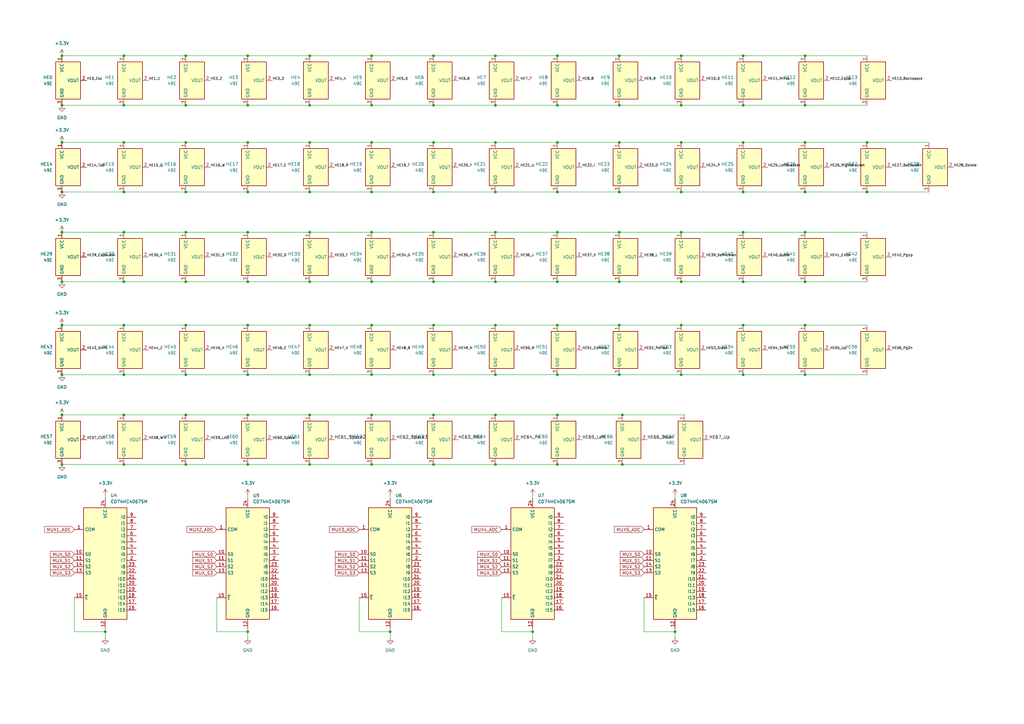
<source format=kicad_sch>
(kicad_sch (version 20250114) (generator "eeschema") (generator_version "9.0")
  (paper "A3")
  (junction (at 304.8 133.35))
  (junction (at 177.8 78.74))
  (junction (at 25.4 153.67))
  (junction (at 76.2 133.35))
  (junction (at 203.2 43.18))
  (junction (at 152.4 153.67))
  (junction (at 152.4 115.57))
  (junction (at 228.6 133.35))
  (junction (at 76.2 78.74))
  (junction (at 101.6 190.5))
  (junction (at 101.6 259.08))
  (junction (at 76.2 115.57))
  (junction (at 50.8 153.67))
  (junction (at 50.8 115.57))
  (junction (at 279.4 153.67))
  (junction (at 25.4 190.5))
  (junction (at 177.8 95.25))
  (junction (at 25.4 58.42))
  (junction (at 101.6 22.86))
  (junction (at 160.02 259.08))
  (junction (at 304.8 115.57))
  (junction (at 228.6 170.18))
  (junction (at 177.8 190.5))
  (junction (at 203.2 95.25))
  (junction (at 25.4 43.18))
  (junction (at 177.8 153.67))
  (junction (at 152.4 133.35))
  (junction (at 228.6 58.42))
  (junction (at 228.6 115.57))
  (junction (at 330.2 95.25))
  (junction (at 101.6 95.25))
  (junction (at 330.2 153.67))
  (junction (at 127 95.25))
  (junction (at 228.6 78.74))
  (junction (at 228.6 43.18))
  (junction (at 127 43.18))
  (junction (at 76.2 190.5))
  (junction (at 304.8 95.25))
  (junction (at 127 115.57))
  (junction (at 330.2 78.74))
  (junction (at 152.4 190.5))
  (junction (at 50.8 58.42))
  (junction (at 177.8 58.42))
  (junction (at 279.4 22.86))
  (junction (at 330.2 115.57))
  (junction (at 279.4 95.25))
  (junction (at 25.4 170.18))
  (junction (at 127 133.35))
  (junction (at 355.6 78.74))
  (junction (at 228.6 153.67))
  (junction (at 50.8 133.35))
  (junction (at 101.6 43.18))
  (junction (at 152.4 95.25))
  (junction (at 50.8 78.74))
  (junction (at 203.2 22.86))
  (junction (at 254 22.86))
  (junction (at 330.2 133.35))
  (junction (at 76.2 95.25))
  (junction (at 50.8 190.5))
  (junction (at 101.6 58.42))
  (junction (at 228.6 95.25))
  (junction (at 304.8 58.42))
  (junction (at 127 22.86))
  (junction (at 276.86 259.08))
  (junction (at 50.8 22.86))
  (junction (at 101.6 115.57))
  (junction (at 25.4 78.74))
  (junction (at 177.8 115.57))
  (junction (at 127 153.67))
  (junction (at 228.6 190.5))
  (junction (at 152.4 170.18))
  (junction (at 152.4 58.42))
  (junction (at 127 170.18))
  (junction (at 177.8 43.18))
  (junction (at 255.27 190.5))
  (junction (at 76.2 153.67))
  (junction (at 279.4 115.57))
  (junction (at 127 78.74))
  (junction (at 203.2 115.57))
  (junction (at 203.2 190.5))
  (junction (at 101.6 170.18))
  (junction (at 76.2 170.18))
  (junction (at 304.8 22.86))
  (junction (at 76.2 58.42))
  (junction (at 330.2 43.18))
  (junction (at 127 58.42))
  (junction (at 76.2 22.86))
  (junction (at 50.8 170.18))
  (junction (at 101.6 78.74))
  (junction (at 203.2 78.74))
  (junction (at 177.8 22.86))
  (junction (at 152.4 43.18))
  (junction (at 152.4 22.86))
  (junction (at 254 58.42))
  (junction (at 218.44 259.08))
  (junction (at 203.2 153.67))
  (junction (at 228.6 22.86))
  (junction (at 50.8 95.25))
  (junction (at 355.6 58.42))
  (junction (at 254 43.18))
  (junction (at 76.2 43.18))
  (junction (at 254 133.35))
  (junction (at 25.4 22.86))
  (junction (at 279.4 78.74))
  (junction (at 255.27 170.18))
  (junction (at 152.4 78.74))
  (junction (at 279.4 133.35))
  (junction (at 304.8 153.67))
  (junction (at 101.6 153.67))
  (junction (at 25.4 95.25))
  (junction (at 127 190.5))
  (junction (at 254 78.74))
  (junction (at 177.8 170.18))
  (junction (at 304.8 43.18))
  (junction (at 279.4 58.42))
  (junction (at 203.2 133.35))
  (junction (at 254 153.67))
  (junction (at 279.4 43.18))
  (junction (at 330.2 22.86))
  (junction (at 50.8 43.18))
  (junction (at 304.8 78.74))
  (junction (at 101.6 133.35))
  (junction (at 254 115.57))
  (junction (at 25.4 133.35))
  (junction (at 43.18 259.08))
  (junction (at 177.8 133.35))
  (junction (at 330.2 58.42))
  (junction (at 203.2 170.18))
  (junction (at 254 95.25))
  (junction (at 203.2 58.42))
  (junction (at 25.4 115.57))
  (wire (pts (xy 76.2 58.42) (xy 50.8 58.42)))
  (wire (pts (xy 76.2 95.25) (xy 50.8 95.25)))
  (wire (pts (xy 76.2 190.5) (xy 101.6 190.5)))
  (wire (pts (xy 152.4 190.5) (xy 177.8 190.5)))
  (wire (pts (xy 127 170.18) (xy 101.6 170.18)))
  (wire (pts (xy 76.2 43.18) (xy 101.6 43.18)))
  (wire (pts (xy 160.02 259.08) (xy 160.02 257.81)))
  (wire (pts (xy 330.2 115.57) (xy 355.6 115.57)))
  (wire (pts (xy 25.4 115.57) (xy 50.8 115.57)))
  (wire (pts (xy 160.02 261.62) (xy 160.02 259.08)))
  (wire (pts (xy 177.8 153.67) (xy 203.2 153.67)))
  (wire (pts (xy 304.8 95.25) (xy 279.4 95.25)))
  (wire (pts (xy 279.4 115.57) (xy 304.8 115.57)))
  (wire (pts (xy 76.2 115.57) (xy 101.6 115.57)))
  (wire (pts (xy 127 22.86) (xy 101.6 22.86)))
  (wire (pts (xy 127 190.5) (xy 152.4 190.5)))
  (wire (pts (xy 254 22.86) (xy 228.6 22.86)))
  (wire (pts (xy 205.74 259.08) (xy 218.44 259.08)))
  (wire (pts (xy 279.4 58.42) (xy 254 58.42)))
  (wire (pts (xy 127 95.25) (xy 101.6 95.25)))
  (wire (pts (xy 76.2 22.86) (xy 50.8 22.86)))
  (wire (pts (xy 101.6 43.18) (xy 127 43.18)))
  (wire (pts (xy 25.4 190.5) (xy 50.8 190.5)))
  (wire (pts (xy 152.4 22.86) (xy 127 22.86)))
  (wire (pts (xy 152.4 58.42) (xy 127 58.42)))
  (wire (pts (xy 25.4 43.18) (xy 50.8 43.18)))
  (wire (pts (xy 218.44 203.2) (xy 218.44 204.47)))
  (wire (pts (xy 88.9 259.08) (xy 101.6 259.08)))
  (wire (pts (xy 50.8 133.35) (xy 25.4 133.35)))
  (wire (pts (xy 43.18 259.08) (xy 43.18 257.81)))
  (wire (pts (xy 228.6 22.86) (xy 203.2 22.86)))
  (wire (pts (xy 177.8 133.35) (xy 152.4 133.35)))
  (wire (pts (xy 355.6 58.42) (xy 330.2 58.42)))
  (wire (pts (xy 101.6 95.25) (xy 76.2 95.25)))
  (wire (pts (xy 127 115.57) (xy 152.4 115.57)))
  (wire (pts (xy 101.6 153.67) (xy 127 153.67)))
  (wire (pts (xy 218.44 261.62) (xy 218.44 259.08)))
  (wire (pts (xy 177.8 190.5) (xy 203.2 190.5)))
  (wire (pts (xy 50.8 58.42) (xy 25.4 58.42)))
  (wire (pts (xy 203.2 95.25) (xy 177.8 95.25)))
  (wire (pts (xy 205.74 245.11) (xy 205.74 259.08)))
  (wire (pts (xy 304.8 115.57) (xy 330.2 115.57)))
  (wire (pts (xy 381 58.42) (xy 355.6 58.42)))
  (wire (pts (xy 203.2 58.42) (xy 177.8 58.42)))
  (wire (pts (xy 203.2 22.86) (xy 177.8 22.86)))
  (wire (pts (xy 279.4 78.74) (xy 304.8 78.74)))
  (wire (pts (xy 330.2 22.86) (xy 304.8 22.86)))
  (wire (pts (xy 177.8 115.57) (xy 203.2 115.57)))
  (wire (pts (xy 228.6 43.18) (xy 254 43.18)))
  (wire (pts (xy 101.6 203.2) (xy 101.6 204.47)))
  (wire (pts (xy 228.6 190.5) (xy 255.27 190.5)))
  (wire (pts (xy 228.6 58.42) (xy 203.2 58.42)))
  (wire (pts (xy 127 153.67) (xy 152.4 153.67)))
  (wire (pts (xy 127 78.74) (xy 152.4 78.74)))
  (wire (pts (xy 203.2 170.18) (xy 177.8 170.18)))
  (wire (pts (xy 177.8 58.42) (xy 152.4 58.42)))
  (wire (pts (xy 330.2 133.35) (xy 304.8 133.35)))
  (wire (pts (xy 50.8 43.18) (xy 76.2 43.18)))
  (wire (pts (xy 279.4 22.86) (xy 254 22.86)))
  (wire (pts (xy 304.8 133.35) (xy 279.4 133.35)))
  (wire (pts (xy 50.8 153.67) (xy 76.2 153.67)))
  (wire (pts (xy 177.8 170.18) (xy 152.4 170.18)))
  (wire (pts (xy 177.8 78.74) (xy 203.2 78.74)))
  (wire (pts (xy 304.8 43.18) (xy 330.2 43.18)))
  (wire (pts (xy 147.32 259.08) (xy 160.02 259.08)))
  (wire (pts (xy 25.4 153.67) (xy 50.8 153.67)))
  (wire (pts (xy 330.2 58.42) (xy 304.8 58.42)))
  (wire (pts (xy 101.6 22.86) (xy 76.2 22.86)))
  (wire (pts (xy 101.6 133.35) (xy 76.2 133.35)))
  (wire (pts (xy 203.2 43.18) (xy 228.6 43.18)))
  (wire (pts (xy 304.8 58.42) (xy 279.4 58.42)))
  (wire (pts (xy 127 133.35) (xy 101.6 133.35)))
  (wire (pts (xy 276.86 259.08) (xy 276.86 257.81)))
  (wire (pts (xy 228.6 95.25) (xy 203.2 95.25)))
  (wire (pts (xy 228.6 153.67) (xy 254 153.67)))
  (wire (pts (xy 304.8 153.67) (xy 330.2 153.67)))
  (wire (pts (xy 160.02 203.2) (xy 160.02 204.47)))
  (wire (pts (xy 279.4 133.35) (xy 254 133.35)))
  (wire (pts (xy 152.4 115.57) (xy 177.8 115.57)))
  (wire (pts (xy 276.86 203.2) (xy 276.86 204.47)))
  (wire (pts (xy 88.9 245.11) (xy 88.9 259.08)))
  (wire (pts (xy 101.6 261.62) (xy 101.6 259.08)))
  (wire (pts (xy 43.18 203.2) (xy 43.18 204.47)))
  (wire (pts (xy 355.6 78.74) (xy 381 78.74)))
  (wire (pts (xy 279.4 43.18) (xy 304.8 43.18)))
  (wire (pts (xy 254 58.42) (xy 228.6 58.42)))
  (wire (pts (xy 50.8 78.74) (xy 76.2 78.74)))
  (wire (pts (xy 50.8 190.5) (xy 76.2 190.5)))
  (wire (pts (xy 147.32 245.11) (xy 147.32 259.08)))
  (wire (pts (xy 279.4 153.67) (xy 304.8 153.67)))
  (wire (pts (xy 30.48 259.08) (xy 43.18 259.08)))
  (wire (pts (xy 101.6 190.5) (xy 127 190.5)))
  (wire (pts (xy 330.2 153.67) (xy 355.6 153.67)))
  (wire (pts (xy 101.6 115.57) (xy 127 115.57)))
  (wire (pts (xy 50.8 170.18) (xy 25.4 170.18)))
  (wire (pts (xy 279.4 95.25) (xy 254 95.25)))
  (wire (pts (xy 203.2 133.35) (xy 177.8 133.35)))
  (wire (pts (xy 203.2 115.57) (xy 228.6 115.57)))
  (wire (pts (xy 276.86 261.62) (xy 276.86 259.08)))
  (wire (pts (xy 50.8 115.57) (xy 76.2 115.57)))
  (wire (pts (xy 76.2 153.67) (xy 101.6 153.67)))
  (wire (pts (xy 101.6 259.08) (xy 101.6 257.81)))
  (wire (pts (xy 101.6 58.42) (xy 76.2 58.42)))
  (wire (pts (xy 228.6 170.18) (xy 255.27 170.18)))
  (wire (pts (xy 355.6 95.25) (xy 330.2 95.25)))
  (wire (pts (xy 152.4 133.35) (xy 127 133.35)))
  (wire (pts (xy 228.6 115.57) (xy 254 115.57)))
  (wire (pts (xy 355.6 133.35) (xy 330.2 133.35)))
  (wire (pts (xy 228.6 133.35) (xy 203.2 133.35)))
  (wire (pts (xy 177.8 22.86) (xy 152.4 22.86)))
  (wire (pts (xy 218.44 259.08) (xy 218.44 257.81)))
  (wire (pts (xy 330.2 78.74) (xy 355.6 78.74)))
  (wire (pts (xy 76.2 133.35) (xy 50.8 133.35)))
  (wire (pts (xy 304.8 22.86) (xy 279.4 22.86)))
  (wire (pts (xy 254 43.18) (xy 279.4 43.18)))
  (wire (pts (xy 203.2 190.5) (xy 228.6 190.5)))
  (wire (pts (xy 254 133.35) (xy 228.6 133.35)))
  (wire (pts (xy 25.4 78.74) (xy 50.8 78.74)))
  (wire (pts (xy 264.16 245.11) (xy 264.16 259.08)))
  (wire (pts (xy 304.8 78.74) (xy 330.2 78.74)))
  (wire (pts (xy 152.4 153.67) (xy 177.8 153.67)))
  (wire (pts (xy 152.4 95.25) (xy 127 95.25)))
  (wire (pts (xy 177.8 43.18) (xy 203.2 43.18)))
  (wire (pts (xy 330.2 95.25) (xy 304.8 95.25)))
  (wire (pts (xy 177.8 95.25) (xy 152.4 95.25)))
  (wire (pts (xy 254 95.25) (xy 228.6 95.25)))
  (wire (pts (xy 152.4 170.18) (xy 127 170.18)))
  (wire (pts (xy 355.6 22.86) (xy 330.2 22.86)))
  (wire (pts (xy 101.6 78.74) (xy 127 78.74)))
  (wire (pts (xy 76.2 78.74) (xy 101.6 78.74)))
  (wire (pts (xy 228.6 170.18) (xy 203.2 170.18)))
  (wire (pts (xy 127 43.18) (xy 152.4 43.18)))
  (wire (pts (xy 254 115.57) (xy 279.4 115.57)))
  (wire (pts (xy 152.4 78.74) (xy 177.8 78.74)))
  (wire (pts (xy 127 58.42) (xy 101.6 58.42)))
  (wire (pts (xy 254 153.67) (xy 279.4 153.67)))
  (wire (pts (xy 50.8 95.25) (xy 25.4 95.25)))
  (wire (pts (xy 203.2 153.67) (xy 228.6 153.67)))
  (wire (pts (xy 330.2 43.18) (xy 355.6 43.18)))
  (wire (pts (xy 255.27 190.5) (xy 280.67 190.5)))
  (wire (pts (xy 76.2 170.18) (xy 50.8 170.18)))
  (wire (pts (xy 152.4 43.18) (xy 177.8 43.18)))
  (wire (pts (xy 101.6 170.18) (xy 76.2 170.18)))
  (wire (pts (xy 43.18 261.62) (xy 43.18 259.08)))
  (wire (pts (xy 50.8 22.86) (xy 25.4 22.86)))
  (wire (pts (xy 30.48 245.11) (xy 30.48 259.08)))
  (wire (pts (xy 254 78.74) (xy 279.4 78.74)))
  (wire (pts (xy 264.16 259.08) (xy 276.86 259.08)))
  (wire (pts (xy 203.2 78.74) (xy 228.6 78.74)))
  (wire (pts (xy 280.67 170.18) (xy 255.27 170.18)))
  (wire (pts (xy 228.6 78.74) (xy 254 78.74)))
  (label "HE44_Z" (at 60.96 143.51 0) (effects (font (size 1 1))))
  (label "HE54_Shift" (at 314.96 143.51 0) (effects (font (size 1 1))))
  (label "HE16_W" (at 478.79 72.39 0) (effects (font (size 1 1))))
  (label "HE55_Up" (at 340.36 143.51 0) (effects (font (size 1 1))))
  (label "HE26_RightBracket" (at 732.79 72.39 0) (effects (font (size 1 1))))
  (label "HE27_Backslash" (at 758.19 72.39 0) (effects (font (size 1 1))))
  (label "HE32_D" (at 111.76 105.41 0) (effects (font (size 1 1))))
  (label "HE50_M" (at 605.79 147.32 0) (effects (font (size 1 1))))
  (label "HE6_6" (at 580.39 36.83 0) (effects (font (size 1 1))))
  (label "HE30_A" (at 60.96 105.41 0) (effects (font (size 1 1))))
  (label "HE60_Space" (at 504.19 184.15 0) (effects (font (size 1 1))))
  (label "HE61_Space2" (at 137.16 180.34 0))
  (label "HE58_Win" (at 453.39 184.15 0) (effects (font (size 1 1))))
  (label "HE0_Esc" (at 427.99 36.83 0) (effects (font (size 1 1))))
  (label "HE48_B" (at 554.99 147.32 0) (effects (font (size 1 1))))
  (label "HE37_K" (at 238.76 105.41 0) (effects (font (size 1 1))))
  (label "HE7_7" (at 605.79 36.83 0) (effects (font (size 1 1))))
  (label "HE17_E" (at 111.76 68.58 0) (effects (font (size 1 1))))
  (label "HE15_Q" (at 60.96 68.58 0) (effects (font (size 1 1))))
  (label "HE34_G" (at 554.99 109.22 0) (effects (font (size 1 1))))
  (label "HE18_R" (at 529.59 72.39 0) (effects (font (size 1 1))))
  (label "HE63_RAlt" (at 187.96 180.34 0))
  (label "HE64_Fn" (at 213.36 180.34 0))
  (label "HE36_J" (at 213.36 105.41 0) (effects (font (size 1 1))))
  (label "HE14_Tab" (at 35.56 68.58 0) (effects (font (size 1 1))))
  (label "HE44_Z" (at 453.39 147.32 0) (effects (font (size 1 1))))
  (label "HE19_T" (at 162.56 68.58 0) (effects (font (size 1 1))))
  (label "HE31_S" (at 478.79 109.22 0) (effects (font (size 1 1))))
  (label "HE1_1" (at 60.96 33.02 0) (effects (font (size 1 1))))
  (label "HE8_8" (at 238.76 33.02 0) (effects (font (size 1 1))))
  (label "HE50_M" (at 213.36 143.51 0) (effects (font (size 1 1))))
  (label "HE65_Left" (at 238.76 180.34 0))
  (label "HE67_Up" (at 290.83 180.34 0))
  (label "HE20_Y" (at 580.39 72.39 0) (effects (font (size 1 1))))
  (label "HE45_X" (at 86.36 143.51 0) (effects (font (size 1 1))))
  (label "HE23_O" (at 264.16 68.58 0) (effects (font (size 1 1))))
  (label "HE37_K" (at 631.19 109.22 0) (effects (font (size 1 1))))
  (label "HE39_Semicolon" (at 289.56 105.41 0) (effects (font (size 1 1))))
  (label "HE25_LeftBracket" (at 314.96 68.58 0) (effects (font (size 1 1))))
  (label "HE22_I" (at 631.19 72.39 0) (effects (font (size 1 1))))
  (label "HE53_Slash" (at 289.56 143.51 0) (effects (font (size 1 1))))
  (label "HE1_1" (at 453.39 36.83 0) (effects (font (size 1 1))))
  (label "HE58_Win" (at 60.96 180.34 0) (effects (font (size 1 1))))
  (label "HE26_RightBracket" (at 340.36 68.58 0) (effects (font (size 1 1))))
  (label "HE57_Ctrl" (at 427.99 184.15 0) (effects (font (size 1 1))))
  (label "HE51_Comma" (at 631.19 147.32 0) (effects (font (size 1 1))))
  (label "HE66_Down" (at 657.86 184.15 0))
  (label "HE54_Shift" (at 707.39 147.32 0) (effects (font (size 1 1))))
  (label "HE40_Quote" (at 707.39 109.22 0) (effects (font (size 1 1))))
  (label "HE28_Delete" (at 391.16 68.58 0) (effects (font (size 1 1))))
  (label "HE33_F" (at 137.16 105.41 0) (effects (font (size 1 1))))
  (label "HE29_CapsLock" (at 427.99 109.22 0) (effects (font (size 1 1))))
  (label "HE9_9" (at 264.16 33.02 0) (effects (font (size 1 1))))
  (label "HE30_A" (at 453.39 109.22 0) (effects (font (size 1 1))))
  (label "HE5_5" (at 162.56 33.02 0) (effects (font (size 1 1))))
  (label "HE15_Q" (at 453.39 72.39 0) (effects (font (size 1 1))))
  (label "HE3_3" (at 504.19 36.83 0) (effects (font (size 1 1))))
  (label "HE3_3" (at 111.76 33.02 0) (effects (font (size 1 1))))
  (label "HE12_Equal" (at 340.36 33.02 0) (effects (font (size 1 1))))
  (label "HE41_Enter" (at 732.79 109.22 0) (effects (font (size 1 1))))
  (label "HE14_Tab" (at 427.99 72.39 0) (effects (font (size 1 1))))
  (label "HE52_Period" (at 656.59 147.32 0) (effects (font (size 1 1))))
  (label "HE33_F" (at 529.59 109.22 0) (effects (font (size 1 1))))
  (label "HE23_O" (at 656.59 72.39 0) (effects (font (size 1 1))))
  (label "HE46_C" (at 504.19 147.32 0) (effects (font (size 1 1))))
  (label "HE18_R" (at 137.16 68.58 0) (effects (font (size 1 1))))
  (label "HE35_H" (at 187.96 105.41 0) (effects (font (size 1 1))))
  (label "HE43_Shift" (at 35.56 143.51 0) (effects (font (size 1 1))))
  (label "HE60_Space" (at 111.76 180.34 0) (effects (font (size 1 1))))
  (label "HE38_L" (at 656.59 109.22 0) (effects (font (size 1 1))))
  (label "HE13_Backspace" (at 365.76 33.02 0) (effects (font (size 1 1))))
  (label "HE57_Ctrl" (at 35.56 180.34 0) (effects (font (size 1 1))))
  (label "HE22_I" (at 238.76 68.58 0) (effects (font (size 1 1))))
  (label "HE9_9" (at 656.59 36.83 0) (effects (font (size 1 1))))
  (label "HE16_W" (at 86.36 68.58 0) (effects (font (size 1 1))))
  (label "HE13_Backspace" (at 758.19 36.83 0) (effects (font (size 1 1))))
  (label "HE7_7" (at 213.36 33.02 0) (effects (font (size 1 1))))
  (label "HE64_Fn" (at 605.79 184.15 0))
  (label "HE27_Backslash" (at 365.76 68.58 0) (effects (font (size 1 1))))
  (label "HE55_Up" (at 732.79 147.32 0) (effects (font (size 1 1))))
  (label "HE10_0" (at 289.56 33.02 0) (effects (font (size 1 1))))
  (label "HE25_LeftBracket" (at 707.39 72.39 0) (effects (font (size 1 1))))
  (label "HE65_Left" (at 631.19 184.15 0))
  (label "HE46_C" (at 111.76 143.51 0) (effects (font (size 1 1))))
  (label "HE56_PgDn" (at 365.76 143.51 0) (effects (font (size 1 1))))
  (label "HE4_4" (at 137.16 33.02 0) (effects (font (size 1 1))))
  (label "HE11_Minus" (at 707.39 36.83 0) (effects (font (size 1 1))))
  (label "HE28_Delete" (at 783.59 72.39 0) (effects (font (size 1 1))))
  (label "HE43_Shift" (at 427.99 147.32 0) (effects (font (size 1 1))))
  (label "HE59_LAlt" (at 478.79 184.15 0) (effects (font (size 1 1))))
  (label "HE63_RAlt" (at 580.39 184.15 0))
  (label "HE66_Down" (at 265.43 180.34 0))
  (label "HE62_Space3" (at 554.99 184.15 0))
  (label "HE31_S" (at 86.36 105.41 0) (effects (font (size 1 1))))
  (label "HE36_J" (at 605.79 109.22 0) (effects (font (size 1 1))))
  (label "HE47_V" (at 137.16 143.51 0) (effects (font (size 1 1))))
  (label "HE2_2" (at 86.36 33.02 0) (effects (font (size 1 1))))
  (label "HE24_P" (at 289.56 68.58 0) (effects (font (size 1 1))))
  (label "HE38_L" (at 264.16 105.41 0) (effects (font (size 1 1))))
  (label "HE61_Space2" (at 529.59 184.15 0))
  (label "HE0_Esc" (at 35.56 33.02 0) (effects (font (size 1 1))))
  (label "HE45_X" (at 478.79 147.32 0) (effects (font (size 1 1))))
  (label "HE49_N" (at 187.96 143.51 0) (effects (font (size 1 1))))
  (label "HE48_B" (at 162.56 143.51 0) (effects (font (size 1 1))))
  (label "HE67_Up" (at 683.26 184.15 0))
  (label "HE35_H" (at 580.39 109.22 0) (effects (font (size 1 1))))
  (label "HE59_LAlt" (at 86.36 180.34 0) (effects (font (size 1 1))))
  (label "HE17_E" (at 504.19 72.39 0) (effects (font (size 1 1))))
  (label "HE42_PgUp" (at 758.19 109.22 0) (effects (font (size 1 1))))
  (label "HE53_Slash" (at 681.99 147.32 0) (effects (font (size 1 1))))
  (label "HE8_8" (at 631.19 36.83 0) (effects (font (size 1 1))))
  (label "HE20_Y" (at 187.96 68.58 0) (effects (font (size 1 1))))
  (label "HE56_PgDn" (at 758.19 147.32 0) (effects (font (size 1 1))))
  (label "HE5_5" (at 554.99 36.83 0) (effects (font (size 1 1))))
  (label "HE42_PgUp" (at 365.76 105.41 0) (effects (font (size 1 1))))
  (label "HE41_Enter" (at 340.36 105.41 0) (effects (font (size 1 1))))
  (label "HE40_Quote" (at 314.96 105.41 0) (effects (font (size 1 1))))
  (label "HE12_Equal" (at 732.79 36.83 0) (effects (font (size 1 1))))
  (label "HE49_N" (at 580.39 147.32 0) (effects (font (size 1 1))))
  (label "HE19_T" (at 554.99 72.39 0) (effects (font (size 1 1))))
  (label "HE2_2" (at 478.79 36.83 0) (effects (font (size 1 1))))
  (label "HE21_U" (at 605.79 72.39 0) (effects (font (size 1 1))))
  (label "HE4_4" (at 529.59 36.83 0) (effects (font (size 1 1))))
  (label "HE51_Comma" (at 238.76 143.51 0) (effects (font (size 1 1))))
  (label "HE10_0" (at 681.99 36.83 0) (effects (font (size 1 1))))
  (label "HE32_D" (at 504.19 109.22 0) (effects (font (size 1 1))))
  (label "HE29_CapsLock" (at 35.56 105.41 0) (effects (font (size 1 1))))
  (label "HE11_Minus" (at 314.96 33.02 0) (effects (font (size 1 1))))
  (label "HE62_Space3" (at 162.56 180.34 0))
  (label "HE24_P" (at 681.99 72.39 0) (effects (font (size 1 1))))
  (label "HE52_Period" (at 264.16 143.51 0) (effects (font (size 1 1))))
  (label "HE21_U" (at 213.36 68.58 0) (effects (font (size 1 1))))
  (label "HE6_6" (at 187.96 33.02 0) (effects (font (size 1 1))))
  (label "HE39_Semicolon" (at 681.99 109.22 0) (effects (font (size 1 1))))
  (label "HE34_G" (at 162.56 105.41 0) (effects (font (size 1 1))))
  (label "HE47_V" (at 529.59 147.32 0) (effects (font (size 1 1))))
  (global_label "MUX_S2" (shape input) (at 30.48 232.41 180) (property "Intersheetrefs" "${INTERSHEET_REFS}" (effects (hide yes))))
  (global_label "MUX_S1" (shape input) (at 205.74 229.87 180) (property "Intersheetrefs" "${INTERSHEET_REFS}" (effects (hide yes))))
  (global_label "MUX_S1" (shape input) (at 264.16 229.87 180) (property "Intersheetrefs" "${INTERSHEET_REFS}" (effects (hide yes))))
  (global_label "MUX4_ADC" (shape input) (at 205.74 217.17 180) (property "Intersheetrefs" "${INTERSHEET_REFS}" (effects (hide yes))))
  (global_label "MUX_S1" (shape input) (at 147.32 229.87 180) (property "Intersheetrefs" "${INTERSHEET_REFS}" (effects (hide yes))))
  (global_label "MUX_S0" (shape input) (at 264.16 227.33 180) (property "Intersheetrefs" "${INTERSHEET_REFS}" (effects (hide yes))))
  (global_label "MUX_S1" (shape input) (at 88.9 229.87 180) (property "Intersheetrefs" "${INTERSHEET_REFS}" (effects (hide yes))))
  (global_label "MUX_S3" (shape input) (at 147.32 234.95 180) (property "Intersheetrefs" "${INTERSHEET_REFS}" (effects (hide yes))))
  (global_label "MUX2_ADC" (shape input) (at 88.9 217.17 180) (property "Intersheetrefs" "${INTERSHEET_REFS}" (effects (hide yes))))
  (global_label "MUX_S0" (shape input) (at 30.48 227.33 180) (property "Intersheetrefs" "${INTERSHEET_REFS}" (effects (hide yes))))
  (global_label "MUX_S1" (shape input) (at 30.48 229.87 180) (property "Intersheetrefs" "${INTERSHEET_REFS}" (effects (hide yes))))
  (global_label "MUX1_ADC" (shape input) (at 30.48 217.17 180) (property "Intersheetrefs" "${INTERSHEET_REFS}" (effects (hide yes))))
  (global_label "MUX_S2" (shape input) (at 205.74 232.41 180) (property "Intersheetrefs" "${INTERSHEET_REFS}" (effects (hide yes))))
  (global_label "MUX_S0" (shape input) (at 88.9 227.33 180) (property "Intersheetrefs" "${INTERSHEET_REFS}" (effects (hide yes))))
  (global_label "MUX_S3" (shape input) (at 264.16 234.95 180) (property "Intersheetrefs" "${INTERSHEET_REFS}" (effects (hide yes))))
  (global_label "MUX_S3" (shape input) (at 30.48 234.95 180) (property "Intersheetrefs" "${INTERSHEET_REFS}" (effects (hide yes))))
  (global_label "MUX_S3" (shape input) (at 88.9 234.95 180) (property "Intersheetrefs" "${INTERSHEET_REFS}" (effects (hide yes))))
  (global_label "MUX5_ADC" (shape input) (at 264.16 217.17 180) (property "Intersheetrefs" "${INTERSHEET_REFS}" (effects (hide yes))))
  (global_label "MUX3_ADC" (shape input) (at 147.32 217.17 180) (property "Intersheetrefs" "${INTERSHEET_REFS}" (effects (hide yes))))
  (global_label "MUX_S2" (shape input) (at 264.16 232.41 180) (property "Intersheetrefs" "${INTERSHEET_REFS}" (effects (hide yes))))
  (global_label "MUX_S2" (shape input) (at 88.9 232.41 180) (property "Intersheetrefs" "${INTERSHEET_REFS}" (effects (hide yes))))
  (global_label "MUX_S0" (shape input) (at 147.32 227.33 180) (property "Intersheetrefs" "${INTERSHEET_REFS}" (effects (hide yes))))
  (global_label "MUX_S0" (shape input) (at 205.74 227.33 180) (property "Intersheetrefs" "${INTERSHEET_REFS}" (effects (hide yes))))
  (global_label "MUX_S2" (shape input) (at 147.32 232.41 180) (property "Intersheetrefs" "${INTERSHEET_REFS}" (effects (hide yes))))
  (global_label "MUX_S3" (shape input) (at 205.74 234.95 180) (property "Intersheetrefs" "${INTERSHEET_REFS}" (effects (hide yes))))
  (symbol (lib_id "PCM_marbastlib-he:SW_MX_HE") (at 154.94 180.34 0) (unit 1)
    (property "Reference" "HE62" (at 148.59 179.0699 0) (effects (justify right)))
    (property "Value" "49E" (at 148.59 181.6099 0) (effects (justify right)))
    (property "Footprint" "PCM_marbastlib-xp-he:SW_MX_HE_90deg_2.75u_Rules" (effects (hide yes)))
    (property "Datasheet" "https://wmsc.lcsc.com/wmsc/upload/file/pdf/v2/lcsc/2310271810_Hallwee-HAL9303SO_C19089525.pdf" (effects (hide yes)))
    (property "Description" "Hall effect switch, bipolar, -+1000Gs, 4.7mV/Gs, -40C to +150C, SOT-23" (effects (hide yes)))
    (property "LCSC" "C7420984" (effects (hide yes)))
  )
  (symbol (lib_id "power:GND") (at 43.18 261.62 0) (unit 1)
    (property "Reference" "#PWR039" (effects (hide yes)))
    (property "Value" "GND" (at 43.18 266.7 0))
    (property "Description" "Power symbol creates a global label with name \"GND\" , ground" (effects (hide yes)))
  )
  (symbol (lib_id "PCM_marbastlib-he:SW_MX_HE") (at 104.14 180.34 0) (unit 1)
    (property "Reference" "HE60" (at 97.79 179.0699 0) (effects (justify right)))
    (property "Value" "49E" (at 97.79 181.6099 0) (effects (justify right)))
    (property "Footprint" "PCM_marbastlib-xp-he:SW_MX_HE_90deg_2.25u_Rules" (effects (hide yes)))
    (property "Datasheet" "https://wmsc.lcsc.com/wmsc/upload/file/pdf/v2/lcsc/2310271810_Hallwee-HAL9303SO_C19089525.pdf" (effects (hide yes)))
    (property "Description" "Hall effect switch, bipolar, -+1000Gs, 4.7mV/Gs, -40C to +150C, SOT-23" (effects (hide yes)))
    (property "LCSC" "C7420984" (effects (hide yes)))
  )
  (symbol (lib_id "PCM_marbastlib-he:SW_MX_HE") (at 78.74 105.41 0) (unit 1)
    (property "Reference" "HE31" (at 72.39 104.1399 0) (effects (justify right)))
    (property "Value" "49E" (at 72.39 106.6799 0) (effects (justify right)))
    (property "Footprint" "PCM_marbastlib-xp-he:SW_MX_HE_90deg_1u_Rules" (effects (hide yes)))
    (property "Datasheet" "https://wmsc.lcsc.com/wmsc/upload/file/pdf/v2/lcsc/2310271810_Hallwee-HAL9303SO_C19089525.pdf" (effects (hide yes)))
    (property "Description" "Hall effect switch, bipolar, -+1000Gs, 4.7mV/Gs, -40C to +150C, SOT-23" (effects (hide yes)))
    (property "LCSC" "C7420984" (effects (hide yes)))
  )
  (symbol (lib_id "PCM_marbastlib-he:SW_MX_HE") (at 180.34 143.51 0) (unit 1)
    (property "Reference" "HE49" (at 173.99 142.2399 0) (effects (justify right)))
    (property "Value" "49E" (at 173.99 144.7799 0) (effects (justify right)))
    (property "Footprint" "PCM_marbastlib-xp-he:SW_MX_HE_90deg_1u_Rules" (effects (hide yes)))
    (property "Datasheet" "https://wmsc.lcsc.com/wmsc/upload/file/pdf/v2/lcsc/2310271810_Hallwee-HAL9303SO_C19089525.pdf" (effects (hide yes)))
    (property "Description" "Hall effect switch, bipolar, -+1000Gs, 4.7mV/Gs, -40C to +150C, SOT-23" (effects (hide yes)))
    (property "LCSC" "C7420984" (effects (hide yes)))
  )
  (symbol (lib_id "PCM_marbastlib-he:SW_MX_HE") (at 53.34 180.34 0) (unit 1)
    (property "Reference" "HE58" (at 46.99 179.0699 0) (effects (justify right)))
    (property "Value" "49E" (at 46.99 181.6099 0) (effects (justify right)))
    (property "Footprint" "PCM_marbastlib-xp-he:SW_MX_HE_90deg_1.25u_Rules" (effects (hide yes)))
    (property "Datasheet" "https://wmsc.lcsc.com/wmsc/upload/file/pdf/v2/lcsc/2310271810_Hallwee-HAL9303SO_C19089525.pdf" (effects (hide yes)))
    (property "Description" "Hall effect switch, bipolar, -+1000Gs, 4.7mV/Gs, -40C to +150C, SOT-23" (effects (hide yes)))
    (property "LCSC" "C7420984" (effects (hide yes)))
  )
  (symbol (lib_id "power:GND") (at 25.4 153.67 0) (unit 1)
    (property "Reference" "#PWR035" (effects (hide yes)))
    (property "Value" "GND" (at 25.4 158.75 0))
    (property "Description" "Power symbol creates a global label with name \"GND\" , ground" (effects (hide yes)))
  )
  (symbol (lib_id "PCM_marbastlib-he:SW_MX_HE") (at 53.34 68.58 0) (unit 1)
    (property "Reference" "HE15" (at 46.99 67.3099 0) (effects (justify right)))
    (property "Value" "49E" (at 46.99 69.8499 0) (effects (justify right)))
    (property "Footprint" "PCM_marbastlib-xp-he:SW_MX_HE_90deg_1u_Rules" (effects (hide yes)))
    (property "Datasheet" "https://wmsc.lcsc.com/wmsc/upload/file/pdf/v2/lcsc/2310271810_Hallwee-HAL9303SO_C19089525.pdf" (effects (hide yes)))
    (property "Description" "Hall effect switch, bipolar, -+1000Gs, 4.7mV/Gs, -40C to +150C, SOT-23" (effects (hide yes)))
    (property "LCSC" "C7420984" (effects (hide yes)))
  )
  (symbol (lib_id "PCM_4ms_Power-symbol:+3.3V") (at 25.4 133.35 0) (unit 1)
    (property "Reference" "#PWR034" (effects (hide yes)))
    (property "Value" "+3.3V" (at 25.4 128.27 0))
  )
  (symbol (lib_id "power:GND") (at 218.44 261.62 0) (unit 1)
    (property "Reference" "#PWR045" (effects (hide yes)))
    (property "Value" "GND" (at 218.44 266.7 0))
    (property "Description" "Power symbol creates a global label with name \"GND\" , ground" (effects (hide yes)))
  )
  (symbol (lib_id "PCM_marbastlib-he:SW_MX_HE") (at 358.14 143.51 0) (unit 1)
    (property "Reference" "HE56" (at 351.79 142.2399 0) (effects (justify right)))
    (property "Value" "49E" (at 351.79 144.7799 0) (effects (justify right)))
    (property "Footprint" "PCM_marbastlib-xp-he:SW_MX_HE_90deg_1u_Rules" (effects (hide yes)))
    (property "Datasheet" "https://wmsc.lcsc.com/wmsc/upload/file/pdf/v2/lcsc/2310271810_Hallwee-HAL9303SO_C19089525.pdf" (effects (hide yes)))
    (property "Description" "Hall effect switch, bipolar, -+1000Gs, 4.7mV/Gs, -40C to +150C, SOT-23" (effects (hide yes)))
    (property "LCSC" "C7420984" (effects (hide yes)))
  )
  (symbol (lib_id "power:GND") (at 25.4 115.57 0) (unit 1)
    (property "Reference" "#PWR033" (effects (hide yes)))
    (property "Value" "GND" (at 25.4 120.65 0))
    (property "Description" "Power symbol creates a global label with name \"GND\" , ground" (effects (hide yes)))
  )
  (symbol (lib_id "PCM_marbastlib-he:SW_MX_HE") (at 104.14 68.58 0) (unit 1)
    (property "Reference" "HE17" (at 97.79 67.3099 0) (effects (justify right)))
    (property "Value" "49E" (at 97.79 69.8499 0) (effects (justify right)))
    (property "Footprint" "PCM_marbastlib-xp-he:SW_MX_HE_90deg_1u_Rules" (effects (hide yes)))
    (property "Datasheet" "https://wmsc.lcsc.com/wmsc/upload/file/pdf/v2/lcsc/2310271810_Hallwee-HAL9303SO_C19089525.pdf" (effects (hide yes)))
    (property "Description" "Hall effect switch, bipolar, -+1000Gs, 4.7mV/Gs, -40C to +150C, SOT-23" (effects (hide yes)))
    (property "LCSC" "C7420984" (effects (hide yes)))
  )
  (symbol (lib_id "PCM_marbastlib-he:SW_MX_HE") (at 256.54 143.51 0) (unit 1)
    (property "Reference" "HE52" (at 250.19 142.2399 0) (effects (justify right)))
    (property "Value" "49E" (at 250.19 144.7799 0) (effects (justify right)))
    (property "Footprint" "PCM_marbastlib-xp-he:SW_MX_HE_90deg_1u_Rules" (effects (hide yes)))
    (property "Datasheet" "https://wmsc.lcsc.com/wmsc/upload/file/pdf/v2/lcsc/2310271810_Hallwee-HAL9303SO_C19089525.pdf" (effects (hide yes)))
    (property "Description" "Hall effect switch, bipolar, -+1000Gs, 4.7mV/Gs, -40C to +150C, SOT-23" (effects (hide yes)))
    (property "LCSC" "C7420984" (effects (hide yes)))
  )
  (symbol (lib_id "PCM_marbastlib-he:SW_MX_HE") (at 154.94 68.58 0) (unit 1)
    (property "Reference" "HE19" (at 148.59 67.3099 0) (effects (justify right)))
    (property "Value" "49E" (at 148.59 69.8499 0) (effects (justify right)))
    (property "Footprint" "PCM_marbastlib-xp-he:SW_MX_HE_90deg_1u_Rules" (effects (hide yes)))
    (property "Datasheet" "https://wmsc.lcsc.com/wmsc/upload/file/pdf/v2/lcsc/2310271810_Hallwee-HAL9303SO_C19089525.pdf" (effects (hide yes)))
    (property "Description" "Hall effect switch, bipolar, -+1000Gs, 4.7mV/Gs, -40C to +150C, SOT-23" (effects (hide yes)))
    (property "LCSC" "C7420984" (effects (hide yes)))
  )
  (symbol (lib_id "PCM_marbastlib-he:SW_MX_HE") (at 27.94 33.02 0) (unit 1)
    (property "Reference" "HE0" (at 21.59 31.7499 0) (effects (justify right)))
    (property "Value" "49E" (at 21.59 34.2899 0) (effects (justify right)))
    (property "Footprint" "PCM_marbastlib-xp-he:SW_MX_HE_90deg_1u_Rules" (effects (hide yes)))
    (property "Datasheet" "https://wmsc.lcsc.com/wmsc/upload/file/pdf/v2/lcsc/2310271810_Hallwee-HAL9303SO_C19089525.pdf" (effects (hide yes)))
    (property "Description" "Hall effect switch, bipolar, -+1000Gs, 4.7mV/Gs, -40C to +150C, SOT-23" (effects (hide yes)))
    (property "LCSC" "C7420984" (effects (hide yes)))
  )
  (symbol (lib_id "PCM_marbastlib-he:SW_MX_HE") (at 78.74 143.51 0) (unit 1)
    (property "Reference" "HE45" (at 72.39 142.2399 0) (effects (justify right)))
    (property "Value" "49E" (at 72.39 144.7799 0) (effects (justify right)))
    (property "Footprint" "PCM_marbastlib-xp-he:SW_MX_HE_90deg_1u_Rules" (effects (hide yes)))
    (property "Datasheet" "https://wmsc.lcsc.com/wmsc/upload/file/pdf/v2/lcsc/2310271810_Hallwee-HAL9303SO_C19089525.pdf" (effects (hide yes)))
    (property "Description" "Hall effect switch, bipolar, -+1000Gs, 4.7mV/Gs, -40C to +150C, SOT-23" (effects (hide yes)))
    (property "LCSC" "C7420984" (effects (hide yes)))
  )
  (symbol (lib_id "PCM_marbastlib-he:SW_MX_HE") (at 281.94 105.41 0) (unit 1)
    (property "Reference" "HE39" (at 275.59 104.1399 0) (effects (justify right)))
    (property "Value" "49E" (at 275.59 106.6799 0) (effects (justify right)))
    (property "Footprint" "PCM_marbastlib-xp-he:SW_MX_HE_90deg_1u_Rules" (effects (hide yes)))
    (property "Datasheet" "https://wmsc.lcsc.com/wmsc/upload/file/pdf/v2/lcsc/2310271810_Hallwee-HAL9303SO_C19089525.pdf" (effects (hide yes)))
    (property "Description" "Hall effect switch, bipolar, -+1000Gs, 4.7mV/Gs, -40C to +150C, SOT-23" (effects (hide yes)))
    (property "LCSC" "C7420984" (effects (hide yes)))
  )
  (symbol (lib_id "PCM_4ms_Power-symbol:+3.3V") (at 160.02 203.2 0) (unit 1)
    (property "Reference" "#PWR042" (effects (hide yes)))
    (property "Value" "+3.3V" (at 160.02 198.12 0))
  )
  (symbol (lib_id "PCM_marbastlib-he:SW_MX_HE") (at 180.34 68.58 0) (unit 1)
    (property "Reference" "HE20" (at 173.99 67.3099 0) (effects (justify right)))
    (property "Value" "49E" (at 173.99 69.8499 0) (effects (justify right)))
    (property "Footprint" "PCM_marbastlib-xp-he:SW_MX_HE_90deg_1u_Rules" (effects (hide yes)))
    (property "Datasheet" "https://wmsc.lcsc.com/wmsc/upload/file/pdf/v2/lcsc/2310271810_Hallwee-HAL9303SO_C19089525.pdf" (effects (hide yes)))
    (property "Description" "Hall effect switch, bipolar, -+1000Gs, 4.7mV/Gs, -40C to +150C, SOT-23" (effects (hide yes)))
    (property "LCSC" "C7420984" (effects (hide yes)))
  )
  (symbol (lib_id "PCM_marbastlib-he:SW_MX_HE") (at 104.14 33.02 0) (unit 1)
    (property "Reference" "HE3" (at 97.79 31.7499 0) (effects (justify right)))
    (property "Value" "49E" (at 97.79 34.2899 0) (effects (justify right)))
    (property "Footprint" "PCM_marbastlib-xp-he:SW_MX_HE_90deg_1u_Rules" (effects (hide yes)))
    (property "Datasheet" "https://wmsc.lcsc.com/wmsc/upload/file/pdf/v2/lcsc/2310271810_Hallwee-HAL9303SO_C19089525.pdf" (effects (hide yes)))
    (property "Description" "Hall effect switch, bipolar, -+1000Gs, 4.7mV/Gs, -40C to +150C, SOT-23" (effects (hide yes)))
    (property "LCSC" "C7420984" (effects (hide yes)))
  )
  (symbol (lib_id "PCM_marbastlib-he:SW_MX_HE") (at 231.14 33.02 0) (unit 1)
    (property "Reference" "HE8" (at 224.79 31.7499 0) (effects (justify right)))
    (property "Value" "49E" (at 224.79 34.2899 0) (effects (justify right)))
    (property "Footprint" "PCM_marbastlib-xp-he:SW_MX_HE_90deg_1u_Rules" (effects (hide yes)))
    (property "Datasheet" "https://wmsc.lcsc.com/wmsc/upload/file/pdf/v2/lcsc/2310271810_Hallwee-HAL9303SO_C19089525.pdf" (effects (hide yes)))
    (property "Description" "Hall effect switch, bipolar, -+1000Gs, 4.7mV/Gs, -40C to +150C, SOT-23" (effects (hide yes)))
    (property "LCSC" "C7420984" (effects (hide yes)))
  )
  (symbol (lib_id "power:GND") (at 160.02 261.62 0) (unit 1)
    (property "Reference" "#PWR044" (effects (hide yes)))
    (property "Value" "GND" (at 160.02 266.7 0))
    (property "Description" "Power symbol creates a global label with name \"GND\" , ground" (effects (hide yes)))
  )
  (symbol (lib_id "74xx:CD74HC4067SM") (at 101.6 229.87 0) (unit 1)
    (property "Reference" "U5" (at 103.7433 203.2 0) (effects (justify left)))
    (property "Value" "CD74HC4067SM" (at 103.7433 205.74 0) (effects (justify left)))
    (property "Footprint" "Package_SO:SSOP-24_5.3x8.2mm_P0.65mm" (effects (hide yes)))
    (property "Datasheet" "http://www.ti.com/lit/ds/symlink/cd74hc4067.pdf" (effects (hide yes)))
    (property "Description" "High-Speed CMOS Logic 16-Channel Analog Multiplexer/Demultiplexer, SSOP-24" (effects (hide yes)))
  )
  (symbol (lib_id "PCM_marbastlib-he:SW_MX_HE") (at 205.74 143.51 0) (unit 1)
    (property "Reference" "HE50" (at 199.39 142.2399 0) (effects (justify right)))
    (property "Value" "49E" (at 199.39 144.7799 0) (effects (justify right)))
    (property "Footprint" "PCM_marbastlib-xp-he:SW_MX_HE_90deg_1u_Rules" (effects (hide yes)))
    (property "Datasheet" "https://wmsc.lcsc.com/wmsc/upload/file/pdf/v2/lcsc/2310271810_Hallwee-HAL9303SO_C19089525.pdf" (effects (hide yes)))
    (property "Description" "Hall effect switch, bipolar, -+1000Gs, 4.7mV/Gs, -40C to +150C, SOT-23" (effects (hide yes)))
    (property "LCSC" "C7420984" (effects (hide yes)))
  )
  (symbol (lib_id "PCM_marbastlib-he:SW_MX_HE") (at 205.74 180.34 0) (unit 1)
    (property "Reference" "HE64" (at 199.39 179.0699 0) (effects (justify right)))
    (property "Value" "49E" (at 199.39 181.6099 0) (effects (justify right)))
    (property "Footprint" "PCM_marbastlib-xp-he:SW_MX_HE_90deg_1.25u_Rules" (effects (hide yes)))
    (property "Datasheet" "https://wmsc.lcsc.com/wmsc/upload/file/pdf/v2/lcsc/2310271810_Hallwee-HAL9303SO_C19089525.pdf" (effects (hide yes)))
    (property "Description" "Hall effect switch, bipolar, -+1000Gs, 4.7mV/Gs, -40C to +150C, SOT-23" (effects (hide yes)))
    (property "LCSC" "C7420984" (effects (hide yes)))
  )
  (symbol (lib_id "PCM_marbastlib-he:SW_MX_HE") (at 78.74 33.02 0) (unit 1)
    (property "Reference" "HE2" (at 72.39 31.7499 0) (effects (justify right)))
    (property "Value" "49E" (at 72.39 34.2899 0) (effects (justify right)))
    (property "Footprint" "PCM_marbastlib-xp-he:SW_MX_HE_90deg_1u_Rules" (effects (hide yes)))
    (property "Datasheet" "https://wmsc.lcsc.com/wmsc/upload/file/pdf/v2/lcsc/2310271810_Hallwee-HAL9303SO_C19089525.pdf" (effects (hide yes)))
    (property "Description" "Hall effect switch, bipolar, -+1000Gs, 4.7mV/Gs, -40C to +150C, SOT-23" (effects (hide yes)))
    (property "LCSC" "C7420984" (effects (hide yes)))
  )
  (symbol (lib_id "PCM_4ms_Power-symbol:+3.3V") (at 276.86 203.2 0) (unit 1)
    (property "Reference" "#PWR046" (effects (hide yes)))
    (property "Value" "+3.3V" (at 276.86 198.12 0))
  )
  (symbol (lib_id "PCM_marbastlib-he:SW_MX_HE") (at 154.94 33.02 0) (unit 1)
    (property "Reference" "HE5" (at 148.59 31.7499 0) (effects (justify right)))
    (property "Value" "49E" (at 148.59 34.2899 0) (effects (justify right)))
    (property "Footprint" "PCM_marbastlib-xp-he:SW_MX_HE_90deg_1u_Rules" (effects (hide yes)))
    (property "Datasheet" "https://wmsc.lcsc.com/wmsc/upload/file/pdf/v2/lcsc/2310271810_Hallwee-HAL9303SO_C19089525.pdf" (effects (hide yes)))
    (property "Description" "Hall effect switch, bipolar, -+1000Gs, 4.7mV/Gs, -40C to +150C, SOT-23" (effects (hide yes)))
    (property "LCSC" "C7420984" (effects (hide yes)))
  )
  (symbol (lib_id "PCM_marbastlib-he:SW_MX_HE") (at 205.74 33.02 0) (unit 1)
    (property "Reference" "HE7" (at 199.39 31.7499 0) (effects (justify right)))
    (property "Value" "49E" (at 199.39 34.2899 0) (effects (justify right)))
    (property "Footprint" "PCM_marbastlib-xp-he:SW_MX_HE_90deg_1u_Rules" (effects (hide yes)))
    (property "Datasheet" "https://wmsc.lcsc.com/wmsc/upload/file/pdf/v2/lcsc/2310271810_Hallwee-HAL9303SO_C19089525.pdf" (effects (hide yes)))
    (property "Description" "Hall effect switch, bipolar, -+1000Gs, 4.7mV/Gs, -40C to +150C, SOT-23" (effects (hide yes)))
    (property "LCSC" "C7420984" (effects (hide yes)))
  )
  (symbol (lib_id "PCM_marbastlib-he:SW_MX_HE") (at 307.34 105.41 0) (unit 1)
    (property "Reference" "HE40" (at 300.99 104.1399 0) (effects (justify right)))
    (property "Value" "49E" (at 300.99 106.6799 0) (effects (justify right)))
    (property "Footprint" "PCM_marbastlib-xp-he:SW_MX_HE_90deg_1u_Rules" (effects (hide yes)))
    (property "Datasheet" "https://wmsc.lcsc.com/wmsc/upload/file/pdf/v2/lcsc/2310271810_Hallwee-HAL9303SO_C19089525.pdf" (effects (hide yes)))
    (property "Description" "Hall effect switch, bipolar, -+1000Gs, 4.7mV/Gs, -40C to +150C, SOT-23" (effects (hide yes)))
    (property "LCSC" "C7420984" (effects (hide yes)))
  )
  (symbol (lib_id "PCM_4ms_Power-symbol:+3.3V") (at 101.6 203.2 0) (unit 1)
    (property "Reference" "#PWR040" (effects (hide yes)))
    (property "Value" "+3.3V" (at 101.6 198.12 0))
  )
  (symbol (lib_id "PCM_marbastlib-he:SW_MX_HE") (at 129.54 68.58 0) (unit 1)
    (property "Reference" "HE18" (at 123.19 67.3099 0) (effects (justify right)))
    (property "Value" "49E" (at 123.19 69.8499 0) (effects (justify right)))
    (property "Footprint" "PCM_marbastlib-xp-he:SW_MX_HE_90deg_1u_Rules" (effects (hide yes)))
    (property "Datasheet" "https://wmsc.lcsc.com/wmsc/upload/file/pdf/v2/lcsc/2310271810_Hallwee-HAL9303SO_C19089525.pdf" (effects (hide yes)))
    (property "Description" "Hall effect switch, bipolar, -+1000Gs, 4.7mV/Gs, -40C to +150C, SOT-23" (effects (hide yes)))
    (property "LCSC" "C7420984" (effects (hide yes)))
  )
  (symbol (lib_id "PCM_marbastlib-he:SW_MX_HE") (at 358.14 33.02 0) (unit 1)
    (property "Reference" "HE13" (at 351.79 31.7499 0) (effects (justify right)))
    (property "Value" "49E" (at 351.79 34.2899 0) (effects (justify right)))
    (property "Footprint" "PCM_marbastlib-xp-he:SW_MX_HE_90deg_2.00u_Rules" (effects (hide yes)))
    (property "Datasheet" "https://wmsc.lcsc.com/wmsc/upload/file/pdf/v2/lcsc/2310271810_Hallwee-HAL9303SO_C19089525.pdf" (effects (hide yes)))
    (property "Description" "Hall effect switch, bipolar, -+1000Gs, 4.7mV/Gs, -40C to +150C, SOT-23" (effects (hide yes)))
    (property "LCSC" "C7420984" (effects (hide yes)))
  )
  (symbol (lib_id "PCM_4ms_Power-symbol:+3.3V") (at 43.18 203.2 0) (unit 1)
    (property "Reference" "#PWR038" (effects (hide yes)))
    (property "Value" "+3.3V" (at 43.18 198.12 0))
  )
  (symbol (lib_id "PCM_marbastlib-he:SW_MX_HE") (at 256.54 105.41 0) (unit 1)
    (property "Reference" "HE38" (at 250.19 104.1399 0) (effects (justify right)))
    (property "Value" "49E" (at 250.19 106.6799 0) (effects (justify right)))
    (property "Footprint" "PCM_marbastlib-xp-he:SW_MX_HE_90deg_1u_Rules" (effects (hide yes)))
    (property "Datasheet" "https://wmsc.lcsc.com/wmsc/upload/file/pdf/v2/lcsc/2310271810_Hallwee-HAL9303SO_C19089525.pdf" (effects (hide yes)))
    (property "Description" "Hall effect switch, bipolar, -+1000Gs, 4.7mV/Gs, -40C to +150C, SOT-23" (effects (hide yes)))
    (property "LCSC" "C7420984" (effects (hide yes)))
  )
  (symbol (lib_id "PCM_marbastlib-he:SW_MX_HE") (at 78.74 180.34 0) (unit 1)
    (property "Reference" "HE59" (at 72.39 179.0699 0) (effects (justify right)))
    (property "Value" "49E" (at 72.39 181.6099 0) (effects (justify right)))
    (property "Footprint" "PCM_marbastlib-xp-he:SW_MX_HE_90deg_1.25u_Rules" (effects (hide yes)))
    (property "Datasheet" "https://wmsc.lcsc.com/wmsc/upload/file/pdf/v2/lcsc/2310271810_Hallwee-HAL9303SO_C19089525.pdf" (effects (hide yes)))
    (property "Description" "Hall effect switch, bipolar, -+1000Gs, 4.7mV/Gs, -40C to +150C, SOT-23" (effects (hide yes)))
    (property "LCSC" "C7420984" (effects (hide yes)))
  )
  (symbol (lib_id "PCM_marbastlib-he:SW_MX_HE") (at 27.94 143.51 0) (unit 1)
    (property "Reference" "HE43" (at 21.59 142.2399 0) (effects (justify right)))
    (property "Value" "49E" (at 21.59 144.7799 0) (effects (justify right)))
    (property "Footprint" "PCM_marbastlib-xp-he:SW_MX_HE_90deg_2.25u_Rules" (effects (hide yes)))
    (property "Datasheet" "https://wmsc.lcsc.com/wmsc/upload/file/pdf/v2/lcsc/2310271810_Hallwee-HAL9303SO_C19089525.pdf" (effects (hide yes)))
    (property "Description" "Hall effect switch, bipolar, -+1000Gs, 4.7mV/Gs, -40C to +150C, SOT-23" (effects (hide yes)))
    (property "LCSC" "C7420984" (effects (hide yes)))
  )
  (symbol (lib_id "PCM_marbastlib-he:SW_MX_HE") (at 332.74 68.58 0) (unit 1)
    (property "Reference" "HE26" (at 326.39 67.3099 0) (effects (justify right)))
    (property "Value" "49E" (at 326.39 69.8499 0) (effects (justify right)))
    (property "Footprint" "PCM_marbastlib-xp-he:SW_MX_HE_90deg_1u_Rules" (effects (hide yes)))
    (property "Datasheet" "https://wmsc.lcsc.com/wmsc/upload/file/pdf/v2/lcsc/2310271810_Hallwee-HAL9303SO_C19089525.pdf" (effects (hide yes)))
    (property "Description" "Hall effect switch, bipolar, -+1000Gs, 4.7mV/Gs, -40C to +150C, SOT-23" (effects (hide yes)))
    (property "LCSC" "C7420984" (effects (hide yes)))
  )
  (symbol (lib_id "PCM_marbastlib-he:SW_MX_HE") (at 256.54 33.02 0) (unit 1)
    (property "Reference" "HE9" (at 250.19 31.7499 0) (effects (justify right)))
    (property "Value" "49E" (at 250.19 34.2899 0) (effects (justify right)))
    (property "Footprint" "PCM_marbastlib-xp-he:SW_MX_HE_90deg_1u_Rules" (effects (hide yes)))
    (property "Datasheet" "https://wmsc.lcsc.com/wmsc/upload/file/pdf/v2/lcsc/2310271810_Hallwee-HAL9303SO_C19089525.pdf" (effects (hide yes)))
    (property "Description" "Hall effect switch, bipolar, -+1000Gs, 4.7mV/Gs, -40C to +150C, SOT-23" (effects (hide yes)))
    (property "LCSC" "C7420984" (effects (hide yes)))
  )
  (symbol (lib_id "PCM_4ms_Power-symbol:+3.3V") (at 218.44 203.2 0) (unit 1)
    (property "Reference" "#PWR043" (effects (hide yes)))
    (property "Value" "+3.3V" (at 218.44 198.12 0))
  )
  (symbol (lib_id "PCM_marbastlib-he:SW_MX_HE") (at 231.14 143.51 0) (unit 1)
    (property "Reference" "HE51" (at 224.79 142.2399 0) (effects (justify right)))
    (property "Value" "49E" (at 224.79 144.7799 0) (effects (justify right)))
    (property "Footprint" "PCM_marbastlib-xp-he:SW_MX_HE_90deg_1u_Rules" (effects (hide yes)))
    (property "Datasheet" "https://wmsc.lcsc.com/wmsc/upload/file/pdf/v2/lcsc/2310271810_Hallwee-HAL9303SO_C19089525.pdf" (effects (hide yes)))
    (property "Description" "Hall effect switch, bipolar, -+1000Gs, 4.7mV/Gs, -40C to +150C, SOT-23" (effects (hide yes)))
    (property "LCSC" "C7420984" (effects (hide yes)))
  )
  (symbol (lib_id "PCM_marbastlib-he:SW_MX_HE") (at 27.94 180.34 0) (unit 1)
    (property "Reference" "HE57" (at 21.59 179.0699 0) (effects (justify right)))
    (property "Value" "49E" (at 21.59 181.6099 0) (effects (justify right)))
    (property "Footprint" "PCM_marbastlib-xp-he:SW_MX_HE_90deg_1.25u_Rules" (effects (hide yes)))
    (property "Datasheet" "https://wmsc.lcsc.com/wmsc/upload/file/pdf/v2/lcsc/2310271810_Hallwee-HAL9303SO_C19089525.pdf" (effects (hide yes)))
    (property "Description" "Hall effect switch, bipolar, -+1000Gs, 4.7mV/Gs, -40C to +150C, SOT-23" (effects (hide yes)))
    (property "LCSC" "C7420984" (effects (hide yes)))
  )
  (symbol (lib_id "PCM_4ms_Power-symbol:+3.3V") (at 25.4 58.42 0) (unit 1)
    (property "Reference" "#PWR030" (effects (hide yes)))
    (property "Value" "+3.3V" (at 25.4 53.34 0))
  )
  (symbol (lib_id "PCM_marbastlib-he:SW_MX_HE") (at 53.34 33.02 0) (unit 1)
    (property "Reference" "HE1" (at 46.99 31.7499 0) (effects (justify right)))
    (property "Value" "49E" (at 46.99 34.2899 0) (effects (justify right)))
    (property "Footprint" "PCM_marbastlib-xp-he:SW_MX_HE_90deg_1u_Rules" (effects (hide yes)))
    (property "Datasheet" "https://wmsc.lcsc.com/wmsc/upload/file/pdf/v2/lcsc/2310271810_Hallwee-HAL9303SO_C19089525.pdf" (effects (hide yes)))
    (property "Description" "Hall effect switch, bipolar, -+1000Gs, 4.7mV/Gs, -40C to +150C, SOT-23" (effects (hide yes)))
    (property "LCSC" "C7420984" (effects (hide yes)))
  )
  (symbol (lib_id "PCM_marbastlib-he:SW_MX_HE") (at 180.34 33.02 0) (unit 1)
    (property "Reference" "HE6" (at 173.99 31.7499 0) (effects (justify right)))
    (property "Value" "49E" (at 173.99 34.2899 0) (effects (justify right)))
    (property "Footprint" "PCM_marbastlib-xp-he:SW_MX_HE_90deg_1u_Rules" (effects (hide yes)))
    (property "Datasheet" "https://wmsc.lcsc.com/wmsc/upload/file/pdf/v2/lcsc/2310271810_Hallwee-HAL9303SO_C19089525.pdf" (effects (hide yes)))
    (property "Description" "Hall effect switch, bipolar, -+1000Gs, 4.7mV/Gs, -40C to +150C, SOT-23" (effects (hide yes)))
    (property "LCSC" "C7420984" (effects (hide yes)))
  )
  (symbol (lib_id "PCM_marbastlib-he:SW_MX_HE") (at 129.54 105.41 0) (unit 1)
    (property "Reference" "HE33" (at 123.19 104.1399 0) (effects (justify right)))
    (property "Value" "49E" (at 123.19 106.6799 0) (effects (justify right)))
    (property "Footprint" "PCM_marbastlib-xp-he:SW_MX_HE_90deg_1u_Rules" (effects (hide yes)))
    (property "Datasheet" "https://wmsc.lcsc.com/wmsc/upload/file/pdf/v2/lcsc/2310271810_Hallwee-HAL9303SO_C19089525.pdf" (effects (hide yes)))
    (property "Description" "Hall effect switch, bipolar, -+1000Gs, 4.7mV/Gs, -40C to +150C, SOT-23" (effects (hide yes)))
    (property "LCSC" "C7420984" (effects (hide yes)))
  )
  (symbol (lib_id "PCM_marbastlib-he:SW_MX_HE") (at 27.94 68.58 0) (unit 1)
    (property "Reference" "HE14" (at 21.59 67.3099 0) (effects (justify right)))
    (property "Value" "49E" (at 21.59 69.8499 0) (effects (justify right)))
    (property "Footprint" "PCM_marbastlib-xp-he:SW_MX_HE_90deg_1.5u_Rules" (effects (hide yes)))
    (property "Datasheet" "https://wmsc.lcsc.com/wmsc/upload/file/pdf/v2/lcsc/2310271810_Hallwee-HAL9303SO_C19089525.pdf" (effects (hide yes)))
    (property "Description" "Hall effect switch, bipolar, -+1000Gs, 4.7mV/Gs, -40C to +150C, SOT-23" (effects (hide yes)))
    (property "LCSC" "C7420984" (effects (hide yes)))
  )
  (symbol (lib_id "PCM_marbastlib-he:SW_MX_HE") (at 27.94 105.41 0) (unit 1)
    (property "Reference" "HE29" (at 21.59 104.1399 0) (effects (justify right)))
    (property "Value" "49E" (at 21.59 106.6799 0) (effects (justify right)))
    (property "Footprint" "PCM_marbastlib-xp-he:SW_MX_HE_90deg_1.75u_Rules" (effects (hide yes)))
    (property "Datasheet" "https://wmsc.lcsc.com/wmsc/upload/file/pdf/v2/lcsc/2310271810_Hallwee-HAL9303SO_C19089525.pdf" (effects (hide yes)))
    (property "Description" "Hall effect switch, bipolar, -+1000Gs, 4.7mV/Gs, -40C to +150C, SOT-23" (effects (hide yes)))
    (property "LCSC" "C7420984" (effects (hide yes)))
  )
  (symbol (lib_id "PCM_4ms_Power-symbol:+3.3V") (at 25.4 170.18 0) (unit 1)
    (property "Reference" "#PWR036" (effects (hide yes)))
    (property "Value" "+3.3V" (at 25.4 165.1 0))
  )
  (symbol (lib_id "PCM_marbastlib-he:SW_MX_HE") (at 205.74 68.58 0) (unit 1)
    (property "Reference" "HE21" (at 199.39 67.3099 0) (effects (justify right)))
    (property "Value" "49E" (at 199.39 69.8499 0) (effects (justify right)))
    (property "Footprint" "PCM_marbastlib-xp-he:SW_MX_HE_90deg_1u_Rules" (effects (hide yes)))
    (property "Datasheet" "https://wmsc.lcsc.com/wmsc/upload/file/pdf/v2/lcsc/2310271810_Hallwee-HAL9303SO_C19089525.pdf" (effects (hide yes)))
    (property "Description" "Hall effect switch, bipolar, -+1000Gs, 4.7mV/Gs, -40C to +150C, SOT-23" (effects (hide yes)))
    (property "LCSC" "C7420984" (effects (hide yes)))
  )
  (symbol (lib_id "PCM_marbastlib-he:SW_MX_HE") (at 281.94 33.02 0) (unit 1)
    (property "Reference" "HE10" (at 275.59 31.7499 0) (effects (justify right)))
    (property "Value" "49E" (at 275.59 34.2899 0) (effects (justify right)))
    (property "Footprint" "PCM_marbastlib-xp-he:SW_MX_HE_90deg_1u_Rules" (effects (hide yes)))
    (property "Datasheet" "https://wmsc.lcsc.com/wmsc/upload/file/pdf/v2/lcsc/2310271810_Hallwee-HAL9303SO_C19089525.pdf" (effects (hide yes)))
    (property "Description" "Hall effect switch, bipolar, -+1000Gs, 4.7mV/Gs, -40C to +150C, SOT-23" (effects (hide yes)))
    (property "LCSC" "C7420984" (effects (hide yes)))
  )
  (symbol (lib_id "PCM_marbastlib-he:SW_MX_HE") (at 78.74 68.58 0) (unit 1)
    (property "Reference" "HE16" (at 72.39 67.3099 0) (effects (justify right)))
    (property "Value" "49E" (at 72.39 69.8499 0) (effects (justify right)))
    (property "Footprint" "PCM_marbastlib-xp-he:SW_MX_HE_90deg_1u_Rules" (effects (hide yes)))
    (property "Datasheet" "https://wmsc.lcsc.com/wmsc/upload/file/pdf/v2/lcsc/2310271810_Hallwee-HAL9303SO_C19089525.pdf" (effects (hide yes)))
    (property "Description" "Hall effect switch, bipolar, -+1000Gs, 4.7mV/Gs, -40C to +150C, SOT-23" (effects (hide yes)))
    (property "LCSC" "C7420984" (effects (hide yes)))
  )
  (symbol (lib_id "PCM_marbastlib-he:SW_MX_HE") (at 231.14 68.58 0) (unit 1)
    (property "Reference" "HE22" (at 224.79 67.3099 0) (effects (justify right)))
    (property "Value" "49E" (at 224.79 69.8499 0) (effects (justify right)))
    (property "Footprint" "PCM_marbastlib-xp-he:SW_MX_HE_90deg_1u_Rules" (effects (hide yes)))
    (property "Datasheet" "https://wmsc.lcsc.com/wmsc/upload/file/pdf/v2/lcsc/2310271810_Hallwee-HAL9303SO_C19089525.pdf" (effects (hide yes)))
    (property "Description" "Hall effect switch, bipolar, -+1000Gs, 4.7mV/Gs, -40C to +150C, SOT-23" (effects (hide yes)))
    (property "LCSC" "C7420984" (effects (hide yes)))
  )
  (symbol (lib_id "PCM_marbastlib-he:SW_MX_HE") (at 129.54 143.51 0) (unit 1)
    (property "Reference" "HE47" (at 123.19 142.2399 0) (effects (justify right)))
    (property "Value" "49E" (at 123.19 144.7799 0) (effects (justify right)))
    (property "Footprint" "PCM_marbastlib-xp-he:SW_MX_HE_90deg_1u_Rules" (effects (hide yes)))
    (property "Datasheet" "https://wmsc.lcsc.com/wmsc/upload/file/pdf/v2/lcsc/2310271810_Hallwee-HAL9303SO_C19089525.pdf" (effects (hide yes)))
    (property "Description" "Hall effect switch, bipolar, -+1000Gs, 4.7mV/Gs, -40C to +150C, SOT-23" (effects (hide yes)))
    (property "LCSC" "C7420984" (effects (hide yes)))
  )
  (symbol (lib_id "PCM_marbastlib-he:SW_MX_HE") (at 307.34 33.02 0) (unit 1)
    (property "Reference" "HE11" (at 300.99 31.7499 0) (effects (justify right)))
    (property "Value" "49E" (at 300.99 34.2899 0) (effects (justify right)))
    (property "Footprint" "PCM_marbastlib-xp-he:SW_MX_HE_90deg_1u_Rules" (effects (hide yes)))
    (property "Datasheet" "https://wmsc.lcsc.com/wmsc/upload/file/pdf/v2/lcsc/2310271810_Hallwee-HAL9303SO_C19089525.pdf" (effects (hide yes)))
    (property "Description" "Hall effect switch, bipolar, -+1000Gs, 4.7mV/Gs, -40C to +150C, SOT-23" (effects (hide yes)))
    (property "LCSC" "C7420984" (effects (hide yes)))
  )
  (symbol (lib_id "power:GND") (at 276.86 261.62 0) (unit 1)
    (property "Reference" "#PWR047" (effects (hide yes)))
    (property "Value" "GND" (at 276.86 266.7 0))
    (property "Description" "Power symbol creates a global label with name \"GND\" , ground" (effects (hide yes)))
  )
  (symbol (lib_id "74xx:CD74HC4067SM") (at 276.86 229.87 0) (unit 1)
    (property "Reference" "U8" (at 279.0033 203.2 0) (effects (justify left)))
    (property "Value" "CD74HC4067SM" (at 279.0033 205.74 0) (effects (justify left)))
    (property "Footprint" "Package_SO:SSOP-24_5.3x8.2mm_P0.65mm" (effects (hide yes)))
    (property "Datasheet" "http://www.ti.com/lit/ds/symlink/cd74hc4067.pdf" (effects (hide yes)))
    (property "Description" "High-Speed CMOS Logic 16-Channel Analog Multiplexer/Demultiplexer, SSOP-24" (effects (hide yes)))
  )
  (symbol (lib_id "PCM_marbastlib-he:SW_MX_HE") (at 383.54 68.58 0) (unit 1)
    (property "Reference" "HE28" (at 377.19 67.3099 0) (effects (justify right)))
    (property "Value" "49E" (at 377.19 69.8499 0) (effects (justify right)))
    (property "Footprint" "PCM_marbastlib-xp-he:SW_MX_HE_90deg_1u_Rules" (effects (hide yes)))
    (property "Datasheet" "https://wmsc.lcsc.com/wmsc/upload/file/pdf/v2/lcsc/2310271810_Hallwee-HAL9303SO_C19089525.pdf" (effects (hide yes)))
    (property "Description" "Hall effect switch, bipolar, -+1000Gs, 4.7mV/Gs, -40C to +150C, SOT-23" (effects (hide yes)))
    (property "LCSC" "C7420984" (effects (hide yes)))
  )
  (symbol (lib_id "74xx:CD74HC4067SM") (at 43.18 229.87 0) (unit 1)
    (property "Reference" "U4" (at 45.3233 203.2 0) (effects (justify left)))
    (property "Value" "CD74HC4067SM" (at 45.3233 205.74 0) (effects (justify left)))
    (property "Footprint" "Package_SO:SSOP-24_5.3x8.2mm_P0.65mm" (effects (hide yes)))
    (property "Datasheet" "http://www.ti.com/lit/ds/symlink/cd74hc4067.pdf" (effects (hide yes)))
    (property "Description" "High-Speed CMOS Logic 16-Channel Analog Multiplexer/Demultiplexer, SSOP-24" (effects (hide yes)))
  )
  (symbol (lib_id "PCM_marbastlib-he:SW_MX_HE") (at 332.74 143.51 0) (unit 1)
    (property "Reference" "HE55" (at 326.39 142.2399 0) (effects (justify right)))
    (property "Value" "49E" (at 326.39 144.7799 0) (effects (justify right)))
    (property "Footprint" "PCM_marbastlib-xp-he:SW_MX_HE_90deg_1u_Rules" (effects (hide yes)))
    (property "Datasheet" "https://wmsc.lcsc.com/wmsc/upload/file/pdf/v2/lcsc/2310271810_Hallwee-HAL9303SO_C19089525.pdf" (effects (hide yes)))
    (property "Description" "Hall effect switch, bipolar, -+1000Gs, 4.7mV/Gs, -40C to +150C, SOT-23" (effects (hide yes)))
    (property "LCSC" "C7420984" (effects (hide yes)))
  )
  (symbol (lib_id "PCM_marbastlib-he:SW_MX_HE") (at 358.14 68.58 0) (unit 1)
    (property "Reference" "HE27" (at 351.79 67.3099 0) (effects (justify right)))
    (property "Value" "49E" (at 351.79 69.8499 0) (effects (justify right)))
    (property "Footprint" "PCM_marbastlib-xp-he:SW_MX_HE_90deg_1.5u_Rules" (effects (hide yes)))
    (property "Datasheet" "https://wmsc.lcsc.com/wmsc/upload/file/pdf/v2/lcsc/2310271810_Hallwee-HAL9303SO_C19089525.pdf" (effects (hide yes)))
    (property "Description" "Hall effect switch, bipolar, -+1000Gs, 4.7mV/Gs, -40C to +150C, SOT-23" (effects (hide yes)))
    (property "LCSC" "C7420984" (effects (hide yes)))
  )
  (symbol (lib_id "PCM_marbastlib-he:SW_MX_HE") (at 307.34 143.51 0) (unit 1)
    (property "Reference" "HE54" (at 300.99 142.2399 0) (effects (justify right)))
    (property "Value" "49E" (at 300.99 144.7799 0) (effects (justify right)))
    (property "Footprint" "PCM_marbastlib-xp-he:SW_MX_HE_90deg_1u_Rules" (effects (hide yes)))
    (property "Datasheet" "https://wmsc.lcsc.com/wmsc/upload/file/pdf/v2/lcsc/2310271810_Hallwee-HAL9303SO_C19089525.pdf" (effects (hide yes)))
    (property "Description" "Hall effect switch, bipolar, -+1000Gs, 4.7mV/Gs, -40C to +150C, SOT-23" (effects (hide yes)))
    (property "LCSC" "C7420984" (effects (hide yes)))
  )
  (symbol (lib_id "PCM_4ms_Power-symbol:+3.3V") (at 25.4 95.25 0) (unit 1)
    (property "Reference" "#PWR032" (effects (hide yes)))
    (property "Value" "+3.3V" (at 25.4 90.17 0))
  )
  (symbol (lib_id "PCM_marbastlib-he:SW_MX_HE") (at 231.14 180.34 0) (unit 1)
    (property "Reference" "HE65" (at 224.79 179.0699 0) (effects (justify right)))
    (property "Value" "49E" (at 224.79 181.6099 0) (effects (justify right)))
    (property "Footprint" "PCM_marbastlib-xp-he:SW_MX_HE_90deg_1u_Rules" (effects (hide yes)))
    (property "Datasheet" "https://wmsc.lcsc.com/wmsc/upload/file/pdf/v2/lcsc/2310271810_Hallwee-HAL9303SO_C19089525.pdf" (effects (hide yes)))
    (property "Description" "Hall effect switch, bipolar, -+1000Gs, 4.7mV/Gs, -40C to +150C, SOT-23" (effects (hide yes)))
    (property "LCSC" "C7420984" (effects (hide yes)))
  )
  (symbol (lib_id "PCM_marbastlib-he:SW_MX_HE") (at 129.54 180.34 0) (unit 1)
    (property "Reference" "HE61" (at 123.19 179.0699 0) (effects (justify right)))
    (property "Value" "49E" (at 123.19 181.6099 0) (effects (justify right)))
    (property "Footprint" "PCM_marbastlib-xp-he:SW_MX_HE_90deg_1.25u_Rules" (effects (hide yes)))
    (property "Datasheet" "https://wmsc.lcsc.com/wmsc/upload/file/pdf/v2/lcsc/2310271810_Hallwee-HAL9303SO_C19089525.pdf" (effects (hide yes)))
    (property "Description" "Hall effect switch, bipolar, -+1000Gs, 4.7mV/Gs, -40C to +150C, SOT-23" (effects (hide yes)))
    (property "LCSC" "C7420984" (effects (hide yes)))
  )
  (symbol (lib_id "PCM_marbastlib-he:SW_MX_HE") (at 53.34 143.51 0) (unit 1)
    (property "Reference" "HE44" (at 46.99 142.2399 0) (effects (justify right)))
    (property "Value" "49E" (at 46.99 144.7799 0) (effects (justify right)))
    (property "Footprint" "PCM_marbastlib-xp-he:SW_MX_HE_90deg_1u_Rules" (effects (hide yes)))
    (property "Datasheet" "https://wmsc.lcsc.com/wmsc/upload/file/pdf/v2/lcsc/2310271810_Hallwee-HAL9303SO_C19089525.pdf" (effects (hide yes)))
    (property "Description" "Hall effect switch, bipolar, -+1000Gs, 4.7mV/Gs, -40C to +150C, SOT-23" (effects (hide yes)))
    (property "LCSC" "C7420984" (effects (hide yes)))
  )
  (symbol (lib_id "PCM_marbastlib-he:SW_MX_HE") (at 257.81 180.34 0) (unit 1)
    (property "Reference" "HE66" (at 251.46 179.0699 0) (effects (justify right)))
    (property "Value" "49E" (at 251.46 181.6099 0) (effects (justify right)))
    (property "Footprint" "PCM_marbastlib-xp-he:SW_MX_HE_90deg_1u_Rules" (effects (hide yes)))
    (property "Datasheet" "https://wmsc.lcsc.com/wmsc/upload/file/pdf/v2/lcsc/2310271810_Hallwee-HAL9303SO_C19089525.pdf" (effects (hide yes)))
    (property "Description" "Hall effect switch, bipolar, -+1000Gs, 4.7mV/Gs, -40C to +150C, SOT-23" (effects (hide yes)))
    (property "LCSC" "C7420984" (effects (hide yes)))
  )
  (symbol (lib_id "PCM_marbastlib-he:SW_MX_HE") (at 180.34 180.34 0) (unit 1)
    (property "Reference" "HE63" (at 173.99 179.0699 0) (effects (justify right)))
    (property "Value" "49E" (at 173.99 181.6099 0) (effects (justify right)))
    (property "Footprint" "PCM_marbastlib-xp-he:SW_MX_HE_90deg_1.25u_Rules" (effects (hide yes)))
    (property "Datasheet" "https://wmsc.lcsc.com/wmsc/upload/file/pdf/v2/lcsc/2310271810_Hallwee-HAL9303SO_C19089525.pdf" (effects (hide yes)))
    (property "Description" "Hall effect switch, bipolar, -+1000Gs, 4.7mV/Gs, -40C to +150C, SOT-23" (effects (hide yes)))
    (property "LCSC" "C7420984" (effects (hide yes)))
  )
  (symbol (lib_id "power:GND") (at 25.4 43.18 0) (unit 1)
    (property "Reference" "#PWR029" (effects (hide yes)))
    (property "Value" "GND" (at 25.4 48.26 0))
    (property "Description" "Power symbol creates a global label with name \"GND\" , ground" (effects (hide yes)))
  )
  (symbol (lib_id "PCM_marbastlib-he:SW_MX_HE") (at 154.94 143.51 0) (unit 1)
    (property "Reference" "HE48" (at 148.59 142.2399 0) (effects (justify right)))
    (property "Value" "49E" (at 148.59 144.7799 0) (effects (justify right)))
    (property "Footprint" "PCM_marbastlib-xp-he:SW_MX_HE_90deg_1u_Rules" (effects (hide yes)))
    (property "Datasheet" "https://wmsc.lcsc.com/wmsc/upload/file/pdf/v2/lcsc/2310271810_Hallwee-HAL9303SO_C19089525.pdf" (effects (hide yes)))
    (property "Description" "Hall effect switch, bipolar, -+1000Gs, 4.7mV/Gs, -40C to +150C, SOT-23" (effects (hide yes)))
    (property "LCSC" "C7420984" (effects (hide yes)))
  )
  (symbol (lib_id "PCM_marbastlib-he:SW_MX_HE") (at 332.74 105.41 0) (unit 1)
    (property "Reference" "HE41" (at 326.39 104.1399 0) (effects (justify right)))
    (property "Value" "49E" (at 326.39 106.6799 0) (effects (justify right)))
    (property "Footprint" "PCM_marbastlib-xp-he:SW_MX_HE_90deg_1u_Rules" (effects (hide yes)))
    (property "Datasheet" "https://wmsc.lcsc.com/wmsc/upload/file/pdf/v2/lcsc/2310271810_Hallwee-HAL9303SO_C19089525.pdf" (effects (hide yes)))
    (property "Description" "Hall effect switch, bipolar, -+1000Gs, 4.7mV/Gs, -40C to +150C, SOT-23" (effects (hide yes)))
    (property "LCSC" "C7420984" (effects (hide yes)))
  )
  (symbol (lib_id "PCM_marbastlib-he:SW_MX_HE") (at 332.74 33.02 0) (unit 1)
    (property "Reference" "HE12" (at 326.39 31.7499 0) (effects (justify right)))
    (property "Value" "49E" (at 326.39 34.2899 0) (effects (justify right)))
    (property "Footprint" "PCM_marbastlib-xp-he:SW_MX_HE_90deg_1u_Rules" (effects (hide yes)))
    (property "Datasheet" "https://wmsc.lcsc.com/wmsc/upload/file/pdf/v2/lcsc/2310271810_Hallwee-HAL9303SO_C19089525.pdf" (effects (hide yes)))
    (property "Description" "Hall effect switch, bipolar, -+1000Gs, 4.7mV/Gs, -40C to +150C, SOT-23" (effects (hide yes)))
    (property "LCSC" "C7420984" (effects (hide yes)))
  )
  (symbol (lib_id "PCM_marbastlib-he:SW_MX_HE") (at 154.94 105.41 0) (unit 1)
    (property "Reference" "HE34" (at 148.59 104.1399 0) (effects (justify right)))
    (property "Value" "49E" (at 148.59 106.6799 0) (effects (justify right)))
    (property "Footprint" "PCM_marbastlib-xp-he:SW_MX_HE_90deg_1u_Rules" (effects (hide yes)))
    (property "Datasheet" "https://wmsc.lcsc.com/wmsc/upload/file/pdf/v2/lcsc/2310271810_Hallwee-HAL9303SO_C19089525.pdf" (effects (hide yes)))
    (property "Description" "Hall effect switch, bipolar, -+1000Gs, 4.7mV/Gs, -40C to +150C, SOT-23" (effects (hide yes)))
    (property "LCSC" "C7420984" (effects (hide yes)))
  )
  (symbol (lib_id "PCM_4ms_Power-symbol:+3.3V") (at 25.4 22.86 0) (unit 1)
    (property "Reference" "#PWR00" (effects (hide yes)))
    (property "Value" "+3.3V" (at 25.4 17.78 0))
  )
  (symbol (lib_id "PCM_marbastlib-he:SW_MX_HE") (at 358.14 105.41 0) (unit 1)
    (property "Reference" "HE42" (at 351.79 104.1399 0) (effects (justify right)))
    (property "Value" "49E" (at 351.79 106.6799 0) (effects (justify right)))
    (property "Footprint" "PCM_marbastlib-xp-he:SW_MX_HE_90deg_1u_Rules" (effects (hide yes)))
    (property "Datasheet" "https://wmsc.lcsc.com/wmsc/upload/file/pdf/v2/lcsc/2310271810_Hallwee-HAL9303SO_C19089525.pdf" (effects (hide yes)))
    (property "Description" "Hall effect switch, bipolar, -+1000Gs, 4.7mV/Gs, -40C to +150C, SOT-23" (effects (hide yes)))
    (property "LCSC" "C7420984" (effects (hide yes)))
  )
  (symbol (lib_id "PCM_marbastlib-he:SW_MX_HE") (at 283.21 180.34 0) (unit 1)
    (property "Reference" "HE67" (at 276.86 179.0699 0) (effects (justify right)))
    (property "Value" "49E" (at 276.86 181.6099 0) (effects (justify right)))
    (property "Footprint" "PCM_marbastlib-xp-he:SW_MX_HE_90deg_1u_Rules" (effects (hide yes)))
    (property "Datasheet" "https://wmsc.lcsc.com/wmsc/upload/file/pdf/v2/lcsc/2310271810_Hallwee-HAL9303SO_C19089525.pdf" (effects (hide yes)))
    (property "Description" "Hall effect switch, bipolar, -+1000Gs, 4.7mV/Gs, -40C to +150C, SOT-23" (effects (hide yes)))
    (property "LCSC" "C7420984" (effects (hide yes)))
  )
  (symbol (lib_id "PCM_marbastlib-he:SW_MX_HE") (at 307.34 68.58 0) (unit 1)
    (property "Reference" "HE25" (at 300.99 67.3099 0) (effects (justify right)))
    (property "Value" "49E" (at 300.99 69.8499 0) (effects (justify right)))
    (property "Footprint" "PCM_marbastlib-xp-he:SW_MX_HE_90deg_1u_Rules" (effects (hide yes)))
    (property "Datasheet" "https://wmsc.lcsc.com/wmsc/upload/file/pdf/v2/lcsc/2310271810_Hallwee-HAL9303SO_C19089525.pdf" (effects (hide yes)))
    (property "Description" "Hall effect switch, bipolar, -+1000Gs, 4.7mV/Gs, -40C to +150C, SOT-23" (effects (hide yes)))
    (property "LCSC" "C7420984" (effects (hide yes)))
  )
  (symbol (lib_id "PCM_marbastlib-he:SW_MX_HE") (at 104.14 143.51 0) (unit 1)
    (property "Reference" "HE46" (at 97.79 142.2399 0) (effects (justify right)))
    (property "Value" "49E" (at 97.79 144.7799 0) (effects (justify right)))
    (property "Footprint" "PCM_marbastlib-xp-he:SW_MX_HE_90deg_1u_Rules" (effects (hide yes)))
    (property "Datasheet" "https://wmsc.lcsc.com/wmsc/upload/file/pdf/v2/lcsc/2310271810_Hallwee-HAL9303SO_C19089525.pdf" (effects (hide yes)))
    (property "Description" "Hall effect switch, bipolar, -+1000Gs, 4.7mV/Gs, -40C to +150C, SOT-23" (effects (hide yes)))
    (property "LCSC" "C7420984" (effects (hide yes)))
  )
  (symbol (lib_id "PCM_marbastlib-he:SW_MX_HE") (at 281.94 68.58 0) (unit 1)
    (property "Reference" "HE24" (at 275.59 67.3099 0) (effects (justify right)))
    (property "Value" "49E" (at 275.59 69.8499 0) (effects (justify right)))
    (property "Footprint" "PCM_marbastlib-xp-he:SW_MX_HE_90deg_1u_Rules" (effects (hide yes)))
    (property "Datasheet" "https://wmsc.lcsc.com/wmsc/upload/file/pdf/v2/lcsc/2310271810_Hallwee-HAL9303SO_C19089525.pdf" (effects (hide yes)))
    (property "Description" "Hall effect switch, bipolar, -+1000Gs, 4.7mV/Gs, -40C to +150C, SOT-23" (effects (hide yes)))
    (property "LCSC" "C7420984" (effects (hide yes)))
  )
  (symbol (lib_id "PCM_marbastlib-he:SW_MX_HE") (at 53.34 105.41 0) (unit 1)
    (property "Reference" "HE30" (at 46.99 104.1399 0) (effects (justify right)))
    (property "Value" "49E" (at 46.99 106.6799 0) (effects (justify right)))
    (property "Footprint" "PCM_marbastlib-xp-he:SW_MX_HE_90deg_1u_Rules" (effects (hide yes)))
    (property "Datasheet" "https://wmsc.lcsc.com/wmsc/upload/file/pdf/v2/lcsc/2310271810_Hallwee-HAL9303SO_C19089525.pdf" (effects (hide yes)))
    (property "Description" "Hall effect switch, bipolar, -+1000Gs, 4.7mV/Gs, -40C to +150C, SOT-23" (effects (hide yes)))
    (property "LCSC" "C7420984" (effects (hide yes)))
  )
  (symbol (lib_id "74xx:CD74HC4067SM") (at 218.44 229.87 0) (unit 1)
    (property "Reference" "U7" (at 220.5833 203.2 0) (effects (justify left)))
    (property "Value" "CD74HC4067SM" (at 220.5833 205.74 0) (effects (justify left)))
    (property "Footprint" "Package_SO:SSOP-24_5.3x8.2mm_P0.65mm" (effects (hide yes)))
    (property "Datasheet" "http://www.ti.com/lit/ds/symlink/cd74hc4067.pdf" (effects (hide yes)))
    (property "Description" "High-Speed CMOS Logic 16-Channel Analog Multiplexer/Demultiplexer, SSOP-24" (effects (hide yes)))
  )
  (symbol (lib_id "PCM_marbastlib-he:SW_MX_HE") (at 180.34 105.41 0) (unit 1)
    (property "Reference" "HE35" (at 173.99 104.1399 0) (effects (justify right)))
    (property "Value" "49E" (at 173.99 106.6799 0) (effects (justify right)))
    (property "Footprint" "PCM_marbastlib-xp-he:SW_MX_HE_90deg_1u_Rules" (effects (hide yes)))
    (property "Datasheet" "https://wmsc.lcsc.com/wmsc/upload/file/pdf/v2/lcsc/2310271810_Hallwee-HAL9303SO_C19089525.pdf" (effects (hide yes)))
    (property "Description" "Hall effect switch, bipolar, -+1000Gs, 4.7mV/Gs, -40C to +150C, SOT-23" (effects (hide yes)))
    (property "LCSC" "C7420984" (effects (hide yes)))
  )
  (symbol (lib_id "power:GND") (at 25.4 78.74 0) (unit 1)
    (property "Reference" "#PWR031" (effects (hide yes)))
    (property "Value" "GND" (at 25.4 83.82 0))
    (property "Description" "Power symbol creates a global label with name \"GND\" , ground" (effects (hide yes)))
  )
  (symbol (lib_id "PCM_marbastlib-he:SW_MX_HE") (at 104.14 105.41 0) (unit 1)
    (property "Reference" "HE32" (at 97.79 104.1399 0) (effects (justify right)))
    (property "Value" "49E" (at 97.79 106.6799 0) (effects (justify right)))
    (property "Footprint" "PCM_marbastlib-xp-he:SW_MX_HE_90deg_1u_Rules" (effects (hide yes)))
    (property "Datasheet" "https://wmsc.lcsc.com/wmsc/upload/file/pdf/v2/lcsc/2310271810_Hallwee-HAL9303SO_C19089525.pdf" (effects (hide yes)))
    (property "Description" "Hall effect switch, bipolar, -+1000Gs, 4.7mV/Gs, -40C to +150C, SOT-23" (effects (hide yes)))
    (property "LCSC" "C7420984" (effects (hide yes)))
  )
  (symbol (lib_id "PCM_marbastlib-he:SW_MX_HE") (at 129.54 33.02 0) (unit 1)
    (property "Reference" "HE4" (at 123.19 31.7499 0) (effects (justify right)))
    (property "Value" "49E" (at 123.19 34.2899 0) (effects (justify right)))
    (property "Footprint" "PCM_marbastlib-xp-he:SW_MX_HE_90deg_1u_Rules" (effects (hide yes)))
    (property "Datasheet" "https://wmsc.lcsc.com/wmsc/upload/file/pdf/v2/lcsc/2310271810_Hallwee-HAL9303SO_C19089525.pdf" (effects (hide yes)))
    (property "Description" "Hall effect switch, bipolar, -+1000Gs, 4.7mV/Gs, -40C to +150C, SOT-23" (effects (hide yes)))
    (property "LCSC" "C7420984" (effects (hide yes)))
  )
  (symbol (lib_id "power:GND") (at 25.4 190.5 0) (unit 1)
    (property "Reference" "#PWR037" (effects (hide yes)))
    (property "Value" "GND" (at 25.4 195.58 0))
    (property "Description" "Power symbol creates a global label with name \"GND\" , ground" (effects (hide yes)))
  )
  (symbol (lib_id "PCM_marbastlib-he:SW_MX_HE") (at 231.14 105.41 0) (unit 1)
    (property "Reference" "HE37" (at 224.79 104.1399 0) (effects (justify right)))
    (property "Value" "49E" (at 224.79 106.6799 0) (effects (justify right)))
    (property "Footprint" "PCM_marbastlib-xp-he:SW_MX_HE_90deg_1u_Rules" (effects (hide yes)))
    (property "Datasheet" "https://wmsc.lcsc.com/wmsc/upload/file/pdf/v2/lcsc/2310271810_Hallwee-HAL9303SO_C19089525.pdf" (effects (hide yes)))
    (property "Description" "Hall effect switch, bipolar, -+1000Gs, 4.7mV/Gs, -40C to +150C, SOT-23" (effects (hide yes)))
    (property "LCSC" "C7420984" (effects (hide yes)))
  )
  (symbol (lib_id "74xx:CD74HC4067SM") (at 160.02 229.87 0) (unit 1)
    (property "Reference" "U6" (at 162.1633 203.2 0) (effects (justify left)))
    (property "Value" "CD74HC4067SM" (at 162.1633 205.74 0) (effects (justify left)))
    (property "Footprint" "Package_SO:SSOP-24_5.3x8.2mm_P0.65mm" (effects (hide yes)))
    (property "Datasheet" "http://www.ti.com/lit/ds/symlink/cd74hc4067.pdf" (effects (hide yes)))
    (property "Description" "High-Speed CMOS Logic 16-Channel Analog Multiplexer/Demultiplexer, SSOP-24" (effects (hide yes)))
  )
  (symbol (lib_id "PCM_marbastlib-he:SW_MX_HE") (at 205.74 105.41 0) (unit 1)
    (property "Reference" "HE36" (at 199.39 104.1399 0) (effects (justify right)))
    (property "Value" "49E" (at 199.39 106.6799 0) (effects (justify right)))
    (property "Footprint" "PCM_marbastlib-xp-he:SW_MX_HE_90deg_1u_Rules" (effects (hide yes)))
    (property "Datasheet" "https://wmsc.lcsc.com/wmsc/upload/file/pdf/v2/lcsc/2310271810_Hallwee-HAL9303SO_C19089525.pdf" (effects (hide yes)))
    (property "Description" "Hall effect switch, bipolar, -+1000Gs, 4.7mV/Gs, -40C to +150C, SOT-23" (effects (hide yes)))
    (property "LCSC" "C7420984" (effects (hide yes)))
  )
  (symbol (lib_id "PCM_marbastlib-he:SW_MX_HE") (at 256.54 68.58 0) (unit 1)
    (property "Reference" "HE23" (at 250.19 67.3099 0) (effects (justify right)))
    (property "Value" "49E" (at 250.19 69.8499 0) (effects (justify right)))
    (property "Footprint" "PCM_marbastlib-xp-he:SW_MX_HE_90deg_1u_Rules" (effects (hide yes)))
    (property "Datasheet" "https://wmsc.lcsc.com/wmsc/upload/file/pdf/v2/lcsc/2310271810_Hallwee-HAL9303SO_C19089525.pdf" (effects (hide yes)))
    (property "Description" "Hall effect switch, bipolar, -+1000Gs, 4.7mV/Gs, -40C to +150C, SOT-23" (effects (hide yes)))
    (property "LCSC" "C7420984" (effects (hide yes)))
  )
  (symbol (lib_id "power:GND") (at 101.6 261.62 0) (unit 1)
    (property "Reference" "#PWR041" (effects (hide yes)))
    (property "Value" "GND" (at 101.6 266.7 0))
    (property "Description" "Power symbol creates a global label with name \"GND\" , ground" (effects (hide yes)))
  )
  (symbol (lib_id "PCM_marbastlib-he:SW_MX_HE") (at 281.94 143.51 0) (unit 1)
    (property "Reference" "HE53" (at 275.59 142.2399 0) (effects (justify right)))
    (property "Value" "49E" (at 275.59 144.7799 0) (effects (justify right)))
    (property "Footprint" "PCM_marbastlib-xp-he:SW_MX_HE_90deg_1u_Rules" (effects (hide yes)))
    (property "Datasheet" "https://wmsc.lcsc.com/wmsc/upload/file/pdf/v2/lcsc/2310271810_Hallwee-HAL9303SO_C19089525.pdf" (effects (hide yes)))
    (property "Description" "Hall effect switch, bipolar, -+1000Gs, 4.7mV/Gs, -40C to +150C, SOT-23" (effects (hide yes)))
    (property "LCSC" "C7420984" (effects (hide yes)))
  )
)
</source>
